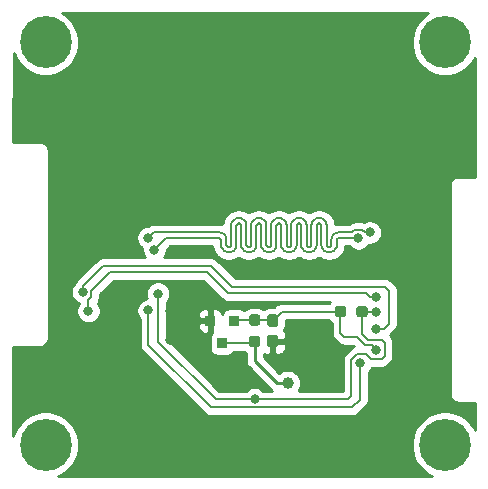
<source format=gbr>
%TF.GenerationSoftware,KiCad,Pcbnew,5.1.12-84ad8e8a86~92~ubuntu18.04.1*%
%TF.CreationDate,2023-09-10T20:05:29+07:00*%
%TF.ProjectId,RPi_FFC_15P-EYECLOUDAI_2MGSMOD_AR0234-ADAPTER,5250695f-4646-4435-9f31-35502d455945,rev?*%
%TF.SameCoordinates,Original*%
%TF.FileFunction,Copper,L2,Bot*%
%TF.FilePolarity,Positive*%
%FSLAX46Y46*%
G04 Gerber Fmt 4.6, Leading zero omitted, Abs format (unit mm)*
G04 Created by KiCad (PCBNEW 5.1.12-84ad8e8a86~92~ubuntu18.04.1) date 2023-09-10 20:05:29*
%MOMM*%
%LPD*%
G01*
G04 APERTURE LIST*
%TA.AperFunction,SMDPad,CuDef*%
%ADD10R,0.812800X0.889000*%
%TD*%
%TA.AperFunction,ComponentPad*%
%ADD11C,4.400000*%
%TD*%
%TA.AperFunction,ViaPad*%
%ADD12C,0.800000*%
%TD*%
%TA.AperFunction,ViaPad*%
%ADD13C,1.000000*%
%TD*%
%TA.AperFunction,Conductor*%
%ADD14C,0.200000*%
%TD*%
%TA.AperFunction,Conductor*%
%ADD15C,0.250000*%
%TD*%
%TA.AperFunction,Conductor*%
%ADD16C,0.254000*%
%TD*%
%TA.AperFunction,Conductor*%
%ADD17C,0.100000*%
%TD*%
G04 APERTURE END LIST*
%TO.P,R5,2*%
%TO.N,/CSI_PWDN_1V8*%
%TA.AperFunction,SMDPad,CuDef*%
G36*
G01*
X131387400Y-102447100D02*
X131387400Y-101972100D01*
G75*
G02*
X131624900Y-101734600I237500J0D01*
G01*
X132124900Y-101734600D01*
G75*
G02*
X132362400Y-101972100I0J-237500D01*
G01*
X132362400Y-102447100D01*
G75*
G02*
X132124900Y-102684600I-237500J0D01*
G01*
X131624900Y-102684600D01*
G75*
G02*
X131387400Y-102447100I0J237500D01*
G01*
G37*
%TD.AperFunction*%
%TO.P,R5,1*%
%TO.N,/CSI_nRST_1V8*%
%TA.AperFunction,SMDPad,CuDef*%
G36*
G01*
X129562400Y-102447100D02*
X129562400Y-101972100D01*
G75*
G02*
X129799900Y-101734600I237500J0D01*
G01*
X130299900Y-101734600D01*
G75*
G02*
X130537400Y-101972100I0J-237500D01*
G01*
X130537400Y-102447100D01*
G75*
G02*
X130299900Y-102684600I-237500J0D01*
G01*
X129799900Y-102684600D01*
G75*
G02*
X129562400Y-102447100I0J237500D01*
G01*
G37*
%TD.AperFunction*%
%TD*%
D10*
%TO.P,U2,3*%
%TO.N,+1V8*%
X120040400Y-104881800D03*
%TO.P,U2,2*%
%TO.N,/CSI_nRST_1V8*%
X121065399Y-102991801D03*
%TO.P,U2,1*%
%TO.N,GND*%
X119015401Y-102991801D03*
%TD*%
%TO.P,R4,2*%
%TO.N,+1V8*%
%TA.AperFunction,SMDPad,CuDef*%
G36*
G01*
X122546100Y-104262100D02*
X123021100Y-104262100D01*
G75*
G02*
X123258600Y-104499600I0J-237500D01*
G01*
X123258600Y-104999600D01*
G75*
G02*
X123021100Y-105237100I-237500J0D01*
G01*
X122546100Y-105237100D01*
G75*
G02*
X122308600Y-104999600I0J237500D01*
G01*
X122308600Y-104499600D01*
G75*
G02*
X122546100Y-104262100I237500J0D01*
G01*
G37*
%TD.AperFunction*%
%TO.P,R4,1*%
%TO.N,/CSI_nRST_1V8*%
%TA.AperFunction,SMDPad,CuDef*%
G36*
G01*
X122546100Y-102437100D02*
X123021100Y-102437100D01*
G75*
G02*
X123258600Y-102674600I0J-237500D01*
G01*
X123258600Y-103174600D01*
G75*
G02*
X123021100Y-103412100I-237500J0D01*
G01*
X122546100Y-103412100D01*
G75*
G02*
X122308600Y-103174600I0J237500D01*
G01*
X122308600Y-102674600D01*
G75*
G02*
X122546100Y-102437100I237500J0D01*
G01*
G37*
%TD.AperFunction*%
%TD*%
%TO.P,C4,2*%
%TO.N,GND*%
%TA.AperFunction,SMDPad,CuDef*%
G36*
G01*
X124070100Y-104160200D02*
X124545100Y-104160200D01*
G75*
G02*
X124782600Y-104397700I0J-237500D01*
G01*
X124782600Y-104997700D01*
G75*
G02*
X124545100Y-105235200I-237500J0D01*
G01*
X124070100Y-105235200D01*
G75*
G02*
X123832600Y-104997700I0J237500D01*
G01*
X123832600Y-104397700D01*
G75*
G02*
X124070100Y-104160200I237500J0D01*
G01*
G37*
%TD.AperFunction*%
%TO.P,C4,1*%
%TO.N,/CSI_nRST_1V8*%
%TA.AperFunction,SMDPad,CuDef*%
G36*
G01*
X124070100Y-102435200D02*
X124545100Y-102435200D01*
G75*
G02*
X124782600Y-102672700I0J-237500D01*
G01*
X124782600Y-103272700D01*
G75*
G02*
X124545100Y-103510200I-237500J0D01*
G01*
X124070100Y-103510200D01*
G75*
G02*
X123832600Y-103272700I0J237500D01*
G01*
X123832600Y-102672700D01*
G75*
G02*
X124070100Y-102435200I237500J0D01*
G01*
G37*
%TD.AperFunction*%
%TD*%
D11*
%TO.P,H4,1*%
%TO.N,N/C*%
X138917680Y-79413100D03*
%TD*%
%TO.P,H3,1*%
%TO.N,N/C*%
X138917680Y-113489740D03*
%TD*%
%TO.P,H2,1*%
%TO.N,N/C*%
X105079800Y-113489740D03*
%TD*%
%TO.P,H1,1*%
%TO.N,N/C*%
X105079800Y-79413100D03*
%TD*%
D12*
%TO.N,GND*%
X108305600Y-106476800D03*
X108356400Y-86410800D03*
X125679200Y-78587600D03*
X117957600Y-78587600D03*
X118059200Y-114401600D03*
X125628400Y-114350800D03*
X136194800Y-109321600D03*
X136245600Y-91490800D03*
X122783600Y-108152100D03*
X127812800Y-105290800D03*
X136218400Y-94108800D03*
X136218400Y-95582000D03*
X136218400Y-97204000D03*
X136218400Y-98630000D03*
X136194800Y-100076000D03*
X136144000Y-102209600D03*
X136169600Y-105714800D03*
X108800900Y-92621100D03*
X108800900Y-95491300D03*
X117957600Y-100431600D03*
X115620800Y-102158800D03*
X115620800Y-104597200D03*
X125679200Y-84480400D03*
X118008400Y-84531200D03*
X117957600Y-97180400D03*
%TO.N,/CSI_nRST_1V8*%
X133096000Y-105460800D03*
%TO.N,/CSI_PWDN_1V8*%
X133096000Y-102209600D03*
X114604800Y-100685600D03*
X122783600Y-109626400D03*
%TO.N,/I2C_SDA_1V8*%
X108712000Y-102158800D03*
X133096000Y-100939600D03*
%TO.N,/I2C_SCL_1V8*%
X108254800Y-100533200D03*
X133096000Y-103682800D03*
%TO.N,/CSI_CLK_P*%
X114300000Y-96977200D03*
X131572000Y-96012000D03*
%TO.N,/CSI_CLK_N*%
X113792000Y-95961200D03*
X132537200Y-95504000D03*
D13*
%TO.N,+1V8*%
X125577600Y-108254800D03*
D12*
%TO.N,Net-(J1-Pad12)*%
X131724400Y-106578400D03*
X113792000Y-102108000D03*
%TD*%
D14*
%TO.N,/CSI_nRST_1V8*%
X121132600Y-102924600D02*
X121065399Y-102991801D01*
X122783600Y-102924600D02*
X121132600Y-102924600D01*
X124259500Y-102924600D02*
X124307600Y-102972700D01*
X122783600Y-102924600D02*
X124259500Y-102924600D01*
X125070700Y-102209600D02*
X124307600Y-102972700D01*
X130049900Y-102209600D02*
X125070700Y-102209600D01*
X132130800Y-105054400D02*
X131419600Y-104343200D01*
X132689600Y-105054400D02*
X132130800Y-105054400D01*
X133096000Y-105460800D02*
X132689600Y-105054400D01*
X130049900Y-102209600D02*
X130049900Y-104040300D01*
X130352800Y-104343200D02*
X131419600Y-104343200D01*
X130049900Y-104040300D02*
X130352800Y-104343200D01*
%TO.N,/CSI_PWDN_1V8*%
X122783600Y-109626400D02*
X130708400Y-109626400D01*
X130962400Y-109372400D02*
X130962400Y-106304398D01*
X130708400Y-109626400D02*
X130962400Y-109372400D01*
X130962400Y-106304398D02*
X131434999Y-105831799D01*
X133807200Y-105968800D02*
X133807200Y-104851200D01*
X132638800Y-106222800D02*
X133553200Y-106222800D01*
X133807200Y-104851200D02*
X133553200Y-104597200D01*
X131434999Y-105831799D02*
X132247799Y-105831799D01*
X132247799Y-105831799D02*
X132638800Y-106222800D01*
X133553200Y-106222800D02*
X133807200Y-105968800D01*
X114604800Y-101244400D02*
X114604800Y-100685600D01*
X114604800Y-101244400D02*
X114604800Y-101041200D01*
X133553200Y-104597200D02*
X133045200Y-104597200D01*
X133045200Y-104597200D02*
X132842000Y-104597200D01*
X133096000Y-102209600D02*
X131874900Y-102209600D01*
X132384800Y-104597200D02*
X133045200Y-104597200D01*
X131874900Y-104087300D02*
X132384800Y-104597200D01*
X131874900Y-102209600D02*
X131874900Y-104087300D01*
X122783600Y-109626400D02*
X119481600Y-109626400D01*
X119989600Y-109626400D02*
X122783600Y-109626400D01*
X119481600Y-109626400D02*
X114604800Y-104749600D01*
X114604800Y-104749600D02*
X114604800Y-101244400D01*
%TO.N,/I2C_SDA_1V8*%
X108712000Y-101193600D02*
X108712000Y-102158800D01*
X108954801Y-100950799D02*
X108712000Y-101193600D01*
X108954801Y-100442799D02*
X108954801Y-100950799D01*
X118719600Y-98856800D02*
X110540800Y-98856800D01*
X120497600Y-100634800D02*
X118719600Y-98856800D01*
X110540800Y-98856800D02*
X108954801Y-100442799D01*
X132232400Y-100634800D02*
X120497600Y-100634800D01*
X132537200Y-100939600D02*
X132232400Y-100634800D01*
X133096000Y-100939600D02*
X132537200Y-100939600D01*
%TO.N,/I2C_SCL_1V8*%
X119094210Y-98329790D02*
X109950210Y-98329790D01*
X133858000Y-100126800D02*
X120891220Y-100126800D01*
X109950210Y-98329790D02*
X108254800Y-100025200D01*
X134162800Y-100431600D02*
X133858000Y-100126800D01*
X120891220Y-100126800D02*
X119094210Y-98329790D01*
X134162800Y-103225600D02*
X134162800Y-100431600D01*
X133705600Y-103682800D02*
X134162800Y-103225600D01*
X108254800Y-100025200D02*
X108254800Y-100533200D01*
X133096000Y-103682800D02*
X133705600Y-103682800D01*
%TO.N,/CSI_CLK_P*%
X119860297Y-95997633D02*
X119822376Y-95973806D01*
X119891966Y-96029302D02*
X119860297Y-95997633D01*
X119915793Y-96067223D02*
X119891966Y-96029302D01*
X120411759Y-97163644D02*
X120282312Y-97118349D01*
X120623159Y-97179000D02*
X120548040Y-97179000D01*
X120888887Y-97118349D02*
X120759440Y-97163644D01*
X121005009Y-97045384D02*
X120888887Y-97118349D01*
X120282312Y-97118349D02*
X120166190Y-97045384D01*
X121220244Y-96702840D02*
X121174949Y-96832287D01*
X121235600Y-96566559D02*
X121220244Y-96702840D01*
X121235600Y-94929000D02*
X121235600Y-96566559D01*
X121255406Y-94842224D02*
X121240614Y-94884496D01*
X121310902Y-94772634D02*
X121279233Y-94804303D01*
X119735600Y-95954000D02*
X115323200Y-95954000D01*
X121391095Y-94734015D02*
X121348823Y-94748807D01*
X121435600Y-94729000D02*
X121391095Y-94734015D01*
X121480104Y-94734015D02*
X121435600Y-94729000D01*
X121560297Y-94772634D02*
X121522376Y-94748807D01*
X121615793Y-94842224D02*
X121591966Y-94804303D01*
X121630585Y-94884496D02*
X121615793Y-94842224D01*
X121635600Y-94929000D02*
X121630585Y-94884496D01*
X120548040Y-97179000D02*
X120411759Y-97163644D01*
X121696250Y-96832287D02*
X121650955Y-96702840D01*
X121982312Y-97118349D02*
X121866190Y-97045384D01*
X122111759Y-97163644D02*
X121982312Y-97118349D01*
X121279233Y-94804303D02*
X121255406Y-94842224D01*
X122801984Y-96948409D02*
X122705009Y-97045384D01*
X122874949Y-96832287D02*
X122801984Y-96948409D01*
X122459440Y-97163644D02*
X122323159Y-97179000D01*
X122920244Y-96702840D02*
X122874949Y-96832287D01*
X122935600Y-96566559D02*
X122920244Y-96702840D01*
X122935600Y-94929000D02*
X122935600Y-96566559D01*
X122940614Y-94884496D02*
X122935600Y-94929000D01*
X122955406Y-94842224D02*
X122940614Y-94884496D01*
X123010902Y-94772634D02*
X122979233Y-94804303D01*
X123048823Y-94748807D02*
X123010902Y-94772634D01*
X120166190Y-97045384D02*
X120069215Y-96948409D01*
X121174949Y-96832287D02*
X121101984Y-96948409D01*
X123091095Y-94734015D02*
X123048823Y-94748807D01*
X126730585Y-94884496D02*
X126715793Y-94842224D01*
X125035600Y-96566559D02*
X125035600Y-94929000D01*
X123396250Y-96832287D02*
X123350955Y-96702840D01*
X126735600Y-94929000D02*
X126730585Y-94884496D01*
X124640614Y-94884496D02*
X124635600Y-94929000D01*
X127559440Y-97163644D02*
X127423159Y-97179000D01*
X126796250Y-96832287D02*
X126750955Y-96702840D01*
X121650955Y-96702840D02*
X121635600Y-96566559D01*
X127974949Y-96832287D02*
X127901984Y-96948409D01*
X126580104Y-94734015D02*
X126535600Y-94729000D01*
X129810902Y-95997633D02*
X129779233Y-96029302D01*
X128035600Y-96566559D02*
X128020244Y-96702840D01*
X128055406Y-94842224D02*
X128040614Y-94884496D01*
X124991966Y-94804303D02*
X124960297Y-94772634D01*
X122588887Y-97118349D02*
X122459440Y-97163644D01*
X126966190Y-97045384D02*
X126869215Y-96948409D01*
X128079233Y-94804303D02*
X128055406Y-94842224D01*
X128430585Y-94884496D02*
X128415793Y-94842224D01*
X129935600Y-95954000D02*
X129891095Y-95959014D01*
X126750955Y-96702840D02*
X126735600Y-96566559D01*
X129123159Y-97179000D02*
X129048040Y-97179000D01*
X123291966Y-94804303D02*
X123260297Y-94772634D01*
X128391966Y-94804303D02*
X128360297Y-94772634D01*
X129735600Y-96154000D02*
X129735600Y-96566559D01*
X128322376Y-94748807D02*
X128280104Y-94734015D01*
X126660297Y-94772634D02*
X126622376Y-94748807D01*
X121240614Y-94884496D02*
X121235600Y-94929000D01*
X127423159Y-97179000D02*
X127348040Y-97179000D01*
X124880104Y-94734015D02*
X124835600Y-94729000D01*
X126735600Y-96566559D02*
X126735600Y-94929000D01*
X129740614Y-96109495D02*
X129735600Y-96154000D01*
X126869215Y-96948409D02*
X126796250Y-96832287D01*
X127688887Y-97118349D02*
X127559440Y-97163644D01*
X129388887Y-97118349D02*
X129259440Y-97163644D01*
X131572000Y-96012000D02*
X131514000Y-95954000D01*
X131514000Y-95954000D02*
X129935600Y-95954000D01*
X129601984Y-96948409D02*
X129505009Y-97045384D01*
X129891095Y-95959014D02*
X129848823Y-95973806D01*
X123811759Y-97163644D02*
X123682312Y-97118349D01*
X129755406Y-96067223D02*
X129740614Y-96109495D01*
X128191095Y-94734015D02*
X128148823Y-94748807D01*
X129720244Y-96702840D02*
X129674949Y-96832287D01*
X129674949Y-96832287D02*
X129601984Y-96948409D01*
X129848823Y-95973806D02*
X129810902Y-95997633D01*
X127082312Y-97118349D02*
X126966190Y-97045384D01*
X129779233Y-96029302D02*
X129755406Y-96067223D01*
X129259440Y-97163644D02*
X129123159Y-97179000D01*
X127901984Y-96948409D02*
X127805009Y-97045384D01*
X129505009Y-97045384D02*
X129388887Y-97118349D01*
X119950955Y-96702840D02*
X119935600Y-96566559D01*
X128280104Y-94734015D02*
X128235600Y-94729000D01*
X129735600Y-96566559D02*
X129720244Y-96702840D01*
X128496250Y-96832287D02*
X128450955Y-96702840D01*
X128569215Y-96948409D02*
X128496250Y-96832287D01*
X128415793Y-94842224D02*
X128391966Y-94804303D01*
X129048040Y-97179000D02*
X128911759Y-97163644D01*
X126535600Y-94729000D02*
X126491095Y-94734015D01*
X127348040Y-97179000D02*
X127211759Y-97163644D01*
X125266190Y-97045384D02*
X125169215Y-96948409D01*
X124960297Y-94772634D02*
X124922376Y-94748807D01*
X125030585Y-94884496D02*
X125015793Y-94842224D01*
X128035600Y-94929000D02*
X128035600Y-96566559D01*
X128911759Y-97163644D02*
X128782312Y-97118349D01*
X128110902Y-94772634D02*
X128079233Y-94804303D01*
X124635600Y-96566559D02*
X124620244Y-96702840D01*
X124835600Y-94729000D02*
X124791095Y-94734015D01*
X128450955Y-96702840D02*
X128435600Y-96566559D01*
X120069215Y-96948409D02*
X119996250Y-96832287D01*
X121101984Y-96948409D02*
X121005009Y-97045384D01*
X128235600Y-94729000D02*
X128191095Y-94734015D01*
X128666190Y-97045384D02*
X128569215Y-96948409D01*
X122323159Y-97179000D02*
X122248040Y-97179000D01*
X128435600Y-94929000D02*
X128430585Y-94884496D01*
X120759440Y-97163644D02*
X120623159Y-97179000D01*
X121591966Y-94804303D02*
X121560297Y-94772634D01*
X123260297Y-94772634D02*
X123222376Y-94748807D01*
X119996250Y-96832287D02*
X119950955Y-96702840D01*
X126715793Y-94842224D02*
X126691966Y-94804303D01*
X123315793Y-94842224D02*
X123291966Y-94804303D01*
X126691966Y-94804303D02*
X126660297Y-94772634D01*
X127805009Y-97045384D02*
X127688887Y-97118349D01*
X126622376Y-94748807D02*
X126580104Y-94734015D01*
X122979233Y-94804303D02*
X122955406Y-94842224D01*
X128040614Y-94884496D02*
X128035600Y-94929000D01*
X126491095Y-94734015D02*
X126448823Y-94748807D01*
X122248040Y-97179000D02*
X122111759Y-97163644D01*
X126274949Y-96832287D02*
X126201984Y-96948409D01*
X126448823Y-94748807D02*
X126410902Y-94772634D01*
X128148823Y-94748807D02*
X128110902Y-94772634D01*
X126410902Y-94772634D02*
X126379233Y-94804303D01*
X119822376Y-95973806D02*
X119780104Y-95959014D01*
X126379233Y-94804303D02*
X126355406Y-94842224D01*
X125382312Y-97118349D02*
X125266190Y-97045384D01*
X119780104Y-95959014D02*
X119735600Y-95954000D01*
X126355406Y-94842224D02*
X126340614Y-94884496D01*
X126335600Y-96566559D02*
X126320244Y-96702840D01*
X126320244Y-96702840D02*
X126274949Y-96832287D01*
X126105009Y-97045384D02*
X125988887Y-97118349D01*
X128360297Y-94772634D02*
X128322376Y-94748807D01*
X126335600Y-94929000D02*
X126335600Y-96566559D01*
X124574949Y-96832287D02*
X124501984Y-96948409D01*
X125859440Y-97163644D02*
X125723159Y-97179000D01*
X125723159Y-97179000D02*
X125648040Y-97179000D01*
X125648040Y-97179000D02*
X125511759Y-97163644D01*
X124501984Y-96948409D02*
X124405009Y-97045384D01*
X123335600Y-94929000D02*
X123330585Y-94884496D01*
X125511759Y-97163644D02*
X125382312Y-97118349D01*
X123566190Y-97045384D02*
X123469215Y-96948409D01*
X119935600Y-96566559D02*
X119935600Y-96154000D01*
X125169215Y-96948409D02*
X125096250Y-96832287D01*
X115323200Y-95954000D02*
X114300000Y-96977200D01*
X119935600Y-96154000D02*
X119930585Y-96109495D01*
X125096250Y-96832287D02*
X125050955Y-96702840D01*
X119930585Y-96109495D02*
X119915793Y-96067223D01*
X126340614Y-94884496D02*
X126335600Y-94929000D01*
X125050955Y-96702840D02*
X125035600Y-96566559D01*
X125035600Y-94929000D02*
X125030585Y-94884496D01*
X121769215Y-96948409D02*
X121696250Y-96832287D01*
X124922376Y-94748807D02*
X124880104Y-94734015D01*
X128020244Y-96702840D02*
X127974949Y-96832287D01*
X124791095Y-94734015D02*
X124748823Y-94748807D01*
X124748823Y-94748807D02*
X124710902Y-94772634D01*
X121348823Y-94748807D02*
X121310902Y-94772634D01*
X124710902Y-94772634D02*
X124679233Y-94804303D01*
X124679233Y-94804303D02*
X124655406Y-94842224D01*
X127211759Y-97163644D02*
X127082312Y-97118349D01*
X126201984Y-96948409D02*
X126105009Y-97045384D01*
X124023159Y-97179000D02*
X123948040Y-97179000D01*
X124635600Y-94929000D02*
X124635600Y-96566559D01*
X124620244Y-96702840D02*
X124574949Y-96832287D01*
X121522376Y-94748807D02*
X121480104Y-94734015D01*
X124405009Y-97045384D02*
X124288887Y-97118349D01*
X128435600Y-96566559D02*
X128435600Y-94929000D01*
X123330585Y-94884496D02*
X123315793Y-94842224D01*
X128782312Y-97118349D02*
X128666190Y-97045384D01*
X124288887Y-97118349D02*
X124159440Y-97163644D01*
X121866190Y-97045384D02*
X121769215Y-96948409D01*
X124159440Y-97163644D02*
X124023159Y-97179000D01*
X121635600Y-96566559D02*
X121635600Y-94929000D01*
X122705009Y-97045384D02*
X122588887Y-97118349D01*
X123469215Y-96948409D02*
X123396250Y-96832287D01*
X123682312Y-97118349D02*
X123566190Y-97045384D01*
X124655406Y-94842224D02*
X124640614Y-94884496D01*
X123948040Y-97179000D02*
X123811759Y-97163644D01*
X123350955Y-96702840D02*
X123335600Y-96566559D01*
X125015793Y-94842224D02*
X124991966Y-94804303D01*
X123335600Y-96566559D02*
X123335600Y-94929000D01*
X125988887Y-97118349D02*
X125859440Y-97163644D01*
X123222376Y-94748807D02*
X123180104Y-94734015D01*
X123180104Y-94734015D02*
X123135600Y-94729000D01*
X123135600Y-94729000D02*
X123091095Y-94734015D01*
%TO.N,/CSI_CLK_N*%
X120038887Y-95564650D02*
X119909440Y-95519355D01*
X120155009Y-95637615D02*
X120038887Y-95564650D01*
X120251984Y-95734590D02*
X120155009Y-95637615D01*
X120385600Y-96116440D02*
X120370244Y-95980159D01*
X120390614Y-96573504D02*
X120385600Y-96529000D01*
X120405406Y-96615776D02*
X120390614Y-96573504D01*
X120460902Y-96685366D02*
X120429233Y-96653697D01*
X119773159Y-95504000D02*
X114249200Y-95504000D01*
X120498823Y-96709193D02*
X120460902Y-96685366D01*
X120630104Y-96723985D02*
X120585600Y-96729000D01*
X120710297Y-96685366D02*
X120672376Y-96709193D01*
X120741966Y-96653697D02*
X120710297Y-96685366D01*
X120785600Y-96529000D02*
X120780585Y-96573504D01*
X120800955Y-94755160D02*
X120785600Y-94891441D01*
X120919215Y-94509591D02*
X120846250Y-94625713D01*
X121261759Y-94294356D02*
X121132312Y-94339651D01*
X121398040Y-94279000D02*
X121261759Y-94294356D01*
X121473159Y-94279000D02*
X121398040Y-94279000D01*
X120585600Y-96729000D02*
X120541095Y-96723985D01*
X121738887Y-94339651D02*
X121609440Y-94294356D01*
X121855009Y-94412616D02*
X121738887Y-94339651D01*
X122024949Y-94625713D02*
X121951984Y-94509591D01*
X122070244Y-94755160D02*
X122024949Y-94625713D01*
X122085600Y-94891441D02*
X122070244Y-94755160D01*
X122129233Y-96653697D02*
X122105406Y-96615776D01*
X121132312Y-94339651D02*
X121016190Y-94412616D01*
X122241095Y-96723985D02*
X122198823Y-96709193D01*
X122198823Y-96709193D02*
X122160902Y-96685366D01*
X122285600Y-96729000D02*
X122241095Y-96723985D01*
X122480585Y-96573504D02*
X122465793Y-96615776D01*
X122485600Y-96529000D02*
X122480585Y-96573504D01*
X122500955Y-94755160D02*
X122485600Y-94891441D01*
X122546250Y-94625713D02*
X122500955Y-94755160D01*
X120672376Y-96709193D02*
X120630104Y-96723985D01*
X122961759Y-94294356D02*
X122832312Y-94339651D01*
X123098040Y-94279000D02*
X122961759Y-94294356D01*
X122716190Y-94412616D02*
X122619215Y-94509591D01*
X123173159Y-94279000D02*
X123098040Y-94279000D01*
X123309440Y-94294356D02*
X123173159Y-94279000D01*
X127190614Y-96573504D02*
X127185600Y-96529000D01*
X125885600Y-96529000D02*
X125880585Y-96573504D01*
X125009440Y-94294356D02*
X124873159Y-94279000D01*
X127205406Y-96615776D02*
X127190614Y-96573504D01*
X120780585Y-96573504D02*
X120765793Y-96615776D01*
X125885600Y-94891441D02*
X125885600Y-96529000D01*
X127260902Y-96685366D02*
X127229233Y-96653697D01*
X127298823Y-96709193D02*
X127260902Y-96685366D01*
X125351984Y-94509591D02*
X125255009Y-94412616D01*
X121609440Y-94294356D02*
X121473159Y-94279000D01*
X127541966Y-96653697D02*
X127510297Y-96685366D01*
X126838887Y-94339651D02*
X126709440Y-94294356D01*
X127585600Y-94891441D02*
X127585600Y-96529000D01*
X120324949Y-95850712D02*
X120251984Y-95734590D01*
X128061759Y-94294356D02*
X127932312Y-94339651D01*
X120370244Y-95980159D02*
X120324949Y-95850712D01*
X128198040Y-94279000D02*
X128061759Y-94294356D01*
X127051984Y-94509591D02*
X126955009Y-94412616D01*
X126019215Y-94509591D02*
X125946250Y-94625713D01*
X128409440Y-94294356D02*
X128273159Y-94279000D01*
X128538887Y-94339651D02*
X128409440Y-94294356D01*
X128655009Y-94412616D02*
X128538887Y-94339651D01*
X127719215Y-94509591D02*
X127646250Y-94625713D01*
X127580585Y-96573504D02*
X127565793Y-96615776D01*
X120846250Y-94625713D02*
X120800955Y-94755160D01*
X125865793Y-96615776D02*
X125841966Y-96653697D01*
X128751984Y-94509591D02*
X128655009Y-94412616D01*
X127932312Y-94339651D02*
X127816190Y-94412616D01*
X129285600Y-96529000D02*
X129280585Y-96573504D01*
X129419215Y-95734590D02*
X129346250Y-95850712D01*
X129085600Y-96729000D02*
X129041095Y-96723985D01*
X125485600Y-94891441D02*
X125470244Y-94755160D01*
X128885600Y-94891441D02*
X128870244Y-94755160D01*
X127185600Y-96529000D02*
X127185600Y-94891441D01*
X131043998Y-95504000D02*
X129898040Y-95504000D01*
X122090614Y-96573504D02*
X122085600Y-96529000D01*
X123985600Y-96729000D02*
X123941095Y-96723985D01*
X129761759Y-95519355D02*
X129632312Y-95564650D01*
X122330104Y-96723985D02*
X122285600Y-96729000D01*
X131235999Y-95311999D02*
X131043998Y-95504000D01*
X123438887Y-94339651D02*
X123309440Y-94294356D01*
X121951984Y-94509591D02*
X121855009Y-94412616D01*
X127341095Y-96723985D02*
X127298823Y-96709193D01*
X129285600Y-96116440D02*
X129285600Y-96529000D01*
X129898040Y-95504000D02*
X129761759Y-95519355D01*
X125730104Y-96723985D02*
X125685600Y-96729000D01*
X128273159Y-94279000D02*
X128198040Y-94279000D01*
X132100002Y-95504000D02*
X131908001Y-95311999D01*
X122485600Y-94891441D02*
X122485600Y-96529000D01*
X124661759Y-94294356D02*
X124532312Y-94339651D01*
X120785600Y-94891441D02*
X120785600Y-96529000D01*
X123790614Y-96573504D02*
X123785600Y-96529000D01*
X127472376Y-96709193D02*
X127430104Y-96723985D01*
X122160902Y-96685366D02*
X122129233Y-96653697D01*
X132537200Y-95504000D02*
X132100002Y-95504000D01*
X122372376Y-96709193D02*
X122330104Y-96723985D01*
X127229233Y-96653697D02*
X127205406Y-96615776D01*
X129346250Y-95850712D02*
X129300955Y-95980159D01*
X122619215Y-94509591D02*
X122546250Y-94625713D01*
X127170244Y-94755160D02*
X127124949Y-94625713D01*
X125598823Y-96709193D02*
X125560902Y-96685366D01*
X127430104Y-96723985D02*
X127385600Y-96729000D01*
X129241966Y-96653697D02*
X129210297Y-96685366D01*
X123555009Y-94412616D02*
X123438887Y-94339651D01*
X125641095Y-96723985D02*
X125598823Y-96709193D01*
X129041095Y-96723985D02*
X128998823Y-96709193D01*
X124185600Y-96529000D02*
X124180585Y-96573504D01*
X127600955Y-94755160D02*
X127585600Y-94891441D01*
X127565793Y-96615776D02*
X127541966Y-96653697D01*
X129172376Y-96709193D02*
X129130104Y-96723985D01*
X129265793Y-96615776D02*
X129241966Y-96653697D01*
X127510297Y-96685366D02*
X127472376Y-96709193D01*
X127816190Y-94412616D02*
X127719215Y-94509591D01*
X129130104Y-96723985D02*
X129085600Y-96729000D01*
X125138887Y-94339651D02*
X125009440Y-94294356D01*
X120429233Y-96653697D02*
X120405406Y-96615776D01*
X129632312Y-95564650D02*
X129516190Y-95637615D01*
X131908001Y-95311999D02*
X131235999Y-95311999D01*
X125685600Y-96729000D02*
X125641095Y-96723985D01*
X128960902Y-96685366D02*
X128929233Y-96653697D01*
X128885600Y-96529000D02*
X128885600Y-94891441D01*
X122832312Y-94339651D02*
X122716190Y-94412616D01*
X129210297Y-96685366D02*
X129172376Y-96709193D01*
X125529233Y-96653697D02*
X125505406Y-96615776D01*
X128929233Y-96653697D02*
X128905406Y-96615776D01*
X123941095Y-96723985D02*
X123898823Y-96709193D01*
X129300955Y-95980159D02*
X129285600Y-96116440D01*
X127585600Y-96529000D02*
X127580585Y-96573504D01*
X128890614Y-96573504D02*
X128885600Y-96529000D01*
X125946250Y-94625713D02*
X125900955Y-94755160D01*
X127185600Y-94891441D02*
X127170244Y-94755160D01*
X123651984Y-94509591D02*
X123555009Y-94412616D01*
X122105406Y-96615776D02*
X122090614Y-96573504D01*
X124072376Y-96709193D02*
X124030104Y-96723985D01*
X127124949Y-94625713D02*
X127051984Y-94509591D01*
X120765793Y-96615776D02*
X120741966Y-96653697D01*
X124319215Y-94509591D02*
X124246250Y-94625713D01*
X126955009Y-94412616D02*
X126838887Y-94339651D01*
X129516190Y-95637615D02*
X129419215Y-95734590D01*
X124873159Y-94279000D02*
X124798040Y-94279000D01*
X124200955Y-94755160D02*
X124185600Y-94891441D01*
X126498040Y-94279000D02*
X126361759Y-94294356D01*
X114249200Y-95504000D02*
X113792000Y-95961200D01*
X122441966Y-96653697D02*
X122410297Y-96685366D01*
X126361759Y-94294356D02*
X126232312Y-94339651D01*
X122410297Y-96685366D02*
X122372376Y-96709193D01*
X126232312Y-94339651D02*
X126116190Y-94412616D01*
X121016190Y-94412616D02*
X120919215Y-94509591D01*
X126116190Y-94412616D02*
X126019215Y-94509591D01*
X128905406Y-96615776D02*
X128890614Y-96573504D01*
X125900955Y-94755160D02*
X125885600Y-94891441D01*
X122085600Y-96529000D02*
X122085600Y-94891441D01*
X125560902Y-96685366D02*
X125529233Y-96653697D01*
X125880585Y-96573504D02*
X125865793Y-96615776D01*
X120385600Y-96529000D02*
X120385600Y-96116440D01*
X125841966Y-96653697D02*
X125810297Y-96685366D01*
X125505406Y-96615776D02*
X125490614Y-96573504D01*
X125810297Y-96685366D02*
X125772376Y-96709193D01*
X128824949Y-94625713D02*
X128751984Y-94509591D01*
X125772376Y-96709193D02*
X125730104Y-96723985D01*
X125490614Y-96573504D02*
X125485600Y-96529000D01*
X127646250Y-94625713D02*
X127600955Y-94755160D01*
X125485600Y-96529000D02*
X125485600Y-94891441D01*
X120541095Y-96723985D02*
X120498823Y-96709193D01*
X125470244Y-94755160D02*
X125424949Y-94625713D01*
X119909440Y-95519355D02*
X119773159Y-95504000D01*
X125424949Y-94625713D02*
X125351984Y-94509591D01*
X125255009Y-94412616D02*
X125138887Y-94339651D01*
X124246250Y-94625713D02*
X124200955Y-94755160D01*
X124798040Y-94279000D02*
X124661759Y-94294356D01*
X123805406Y-96615776D02*
X123790614Y-96573504D01*
X128870244Y-94755160D02*
X128824949Y-94625713D01*
X124532312Y-94339651D02*
X124416190Y-94412616D01*
X124416190Y-94412616D02*
X124319215Y-94509591D01*
X124185600Y-94891441D02*
X124185600Y-96529000D01*
X122465793Y-96615776D02*
X122441966Y-96653697D01*
X126709440Y-94294356D02*
X126573159Y-94279000D01*
X124180585Y-96573504D02*
X124165793Y-96615776D01*
X126573159Y-94279000D02*
X126498040Y-94279000D01*
X124165793Y-96615776D02*
X124141966Y-96653697D01*
X123724949Y-94625713D02*
X123651984Y-94509591D01*
X129280585Y-96573504D02*
X129265793Y-96615776D01*
X124110297Y-96685366D02*
X124072376Y-96709193D01*
X124030104Y-96723985D02*
X123985600Y-96729000D01*
X123898823Y-96709193D02*
X123860902Y-96685366D01*
X123860902Y-96685366D02*
X123829233Y-96653697D01*
X123829233Y-96653697D02*
X123805406Y-96615776D01*
X127385600Y-96729000D02*
X127341095Y-96723985D01*
X128998823Y-96709193D02*
X128960902Y-96685366D01*
X123785600Y-96529000D02*
X123785600Y-94891441D01*
X123785600Y-94891441D02*
X123770244Y-94755160D01*
X124141966Y-96653697D02*
X124110297Y-96685366D01*
X123770244Y-94755160D02*
X123724949Y-94625713D01*
%TO.N,+1V8*%
X122651400Y-104881800D02*
X122783600Y-104749600D01*
X120040400Y-104881800D02*
X122651400Y-104881800D01*
D15*
X122783600Y-104749600D02*
X122783600Y-106375200D01*
X124663200Y-108254800D02*
X125577600Y-108254800D01*
X122783600Y-106375200D02*
X124663200Y-108254800D01*
D14*
%TO.N,Net-(J1-Pad12)*%
X119318001Y-110326401D02*
X119746799Y-110326401D01*
X119064001Y-110326401D02*
X113792000Y-105054400D01*
X119746799Y-110326401D02*
X119064001Y-110326401D01*
X113792000Y-105054400D02*
X113792000Y-102108000D01*
X131052801Y-110326401D02*
X119746799Y-110326401D01*
X131724400Y-109654802D02*
X131052801Y-110326401D01*
X131724400Y-106578400D02*
X131724400Y-109654802D01*
%TD*%
D16*
%TO.N,GND*%
X137499115Y-76951330D02*
X137110473Y-77211012D01*
X136715592Y-77605893D01*
X136405336Y-78070224D01*
X136191628Y-78586161D01*
X136082680Y-79133877D01*
X136082680Y-79692323D01*
X136191628Y-80240039D01*
X136405336Y-80755976D01*
X136715592Y-81220307D01*
X137110473Y-81615188D01*
X137574804Y-81925444D01*
X138090741Y-82139152D01*
X138638457Y-82248100D01*
X139196903Y-82248100D01*
X139744619Y-82139152D01*
X140260556Y-81925444D01*
X140724887Y-81615188D01*
X141119768Y-81220307D01*
X141430024Y-80755976D01*
X141453001Y-80700505D01*
X141453000Y-90780000D01*
X139986419Y-90780000D01*
X139954000Y-90776807D01*
X139921581Y-90780000D01*
X139824617Y-90789550D01*
X139700207Y-90827290D01*
X139585550Y-90888575D01*
X139485052Y-90971052D01*
X139402575Y-91071550D01*
X139341290Y-91186207D01*
X139303550Y-91310617D01*
X139290807Y-91440000D01*
X139294000Y-91472418D01*
X139294001Y-109212971D01*
X139290807Y-109245400D01*
X139303550Y-109374783D01*
X139341290Y-109499193D01*
X139402575Y-109613850D01*
X139485052Y-109714348D01*
X139585550Y-109796825D01*
X139700207Y-109858110D01*
X139824617Y-109895850D01*
X139921581Y-109905400D01*
X139954000Y-109908593D01*
X139986419Y-109905400D01*
X141453000Y-109905400D01*
X141453001Y-112202335D01*
X141430024Y-112146864D01*
X141119768Y-111682533D01*
X140724887Y-111287652D01*
X140260556Y-110977396D01*
X139744619Y-110763688D01*
X139196903Y-110654740D01*
X138638457Y-110654740D01*
X138090741Y-110763688D01*
X137574804Y-110977396D01*
X137110473Y-111287652D01*
X136715592Y-111682533D01*
X136405336Y-112146864D01*
X136191628Y-112662801D01*
X136082680Y-113210517D01*
X136082680Y-113768963D01*
X136191628Y-114316679D01*
X136405336Y-114832616D01*
X136715592Y-115296947D01*
X137110473Y-115691828D01*
X137574804Y-116002084D01*
X137844721Y-116113887D01*
X106158484Y-116111516D01*
X106422676Y-116002084D01*
X106887007Y-115691828D01*
X107281888Y-115296947D01*
X107592144Y-114832616D01*
X107805852Y-114316679D01*
X107914800Y-113768963D01*
X107914800Y-113210517D01*
X107805852Y-112662801D01*
X107592144Y-112146864D01*
X107281888Y-111682533D01*
X106887007Y-111287652D01*
X106422676Y-110977396D01*
X105906739Y-110763688D01*
X105359023Y-110654740D01*
X104800577Y-110654740D01*
X104252861Y-110763688D01*
X103736924Y-110977396D01*
X103272593Y-111287652D01*
X102877712Y-111682533D01*
X102567456Y-112146864D01*
X102353748Y-112662801D01*
X102338491Y-112739504D01*
X102359746Y-105181000D01*
X104640981Y-105181000D01*
X104673400Y-105184193D01*
X104705819Y-105181000D01*
X104734594Y-105178166D01*
X104802783Y-105171450D01*
X104927193Y-105133710D01*
X105041850Y-105072425D01*
X105142348Y-104989948D01*
X105224825Y-104889450D01*
X105286110Y-104774793D01*
X105323850Y-104650383D01*
X105333400Y-104553419D01*
X105336593Y-104521000D01*
X105333400Y-104488581D01*
X105333400Y-100431261D01*
X107219800Y-100431261D01*
X107219800Y-100635139D01*
X107259574Y-100835098D01*
X107337595Y-101023456D01*
X107450863Y-101192974D01*
X107595026Y-101337137D01*
X107764544Y-101450405D01*
X107902397Y-101507506D01*
X107794795Y-101668544D01*
X107716774Y-101856902D01*
X107677000Y-102056861D01*
X107677000Y-102260739D01*
X107716774Y-102460698D01*
X107794795Y-102649056D01*
X107908063Y-102818574D01*
X108052226Y-102962737D01*
X108221744Y-103076005D01*
X108410102Y-103154026D01*
X108610061Y-103193800D01*
X108813939Y-103193800D01*
X109013898Y-103154026D01*
X109202256Y-103076005D01*
X109371774Y-102962737D01*
X109515937Y-102818574D01*
X109629205Y-102649056D01*
X109707226Y-102460698D01*
X109747000Y-102260739D01*
X109747000Y-102056861D01*
X109707226Y-101856902D01*
X109629205Y-101668544D01*
X109515937Y-101499026D01*
X109482858Y-101465947D01*
X109568888Y-101361119D01*
X109637138Y-101233432D01*
X109679166Y-101094884D01*
X109689801Y-100986904D01*
X109689801Y-100986895D01*
X109693356Y-100950800D01*
X109689801Y-100914705D01*
X109689801Y-100747245D01*
X110845247Y-99591800D01*
X118415154Y-99591800D01*
X119952346Y-101128993D01*
X119975362Y-101157038D01*
X120003406Y-101180053D01*
X120087280Y-101248887D01*
X120214966Y-101317137D01*
X120353515Y-101359165D01*
X120497600Y-101373356D01*
X120533705Y-101369800D01*
X129166971Y-101369800D01*
X129080963Y-101474600D01*
X125106794Y-101474600D01*
X125070699Y-101471045D01*
X125034604Y-101474600D01*
X125034595Y-101474600D01*
X124926615Y-101485235D01*
X124788067Y-101527263D01*
X124660380Y-101595513D01*
X124548462Y-101687362D01*
X124525446Y-101715407D01*
X124443725Y-101797128D01*
X124070100Y-101797128D01*
X123899284Y-101813952D01*
X123735033Y-101863777D01*
X123583658Y-101944688D01*
X123544442Y-101976872D01*
X123507542Y-101946588D01*
X123356167Y-101865677D01*
X123191916Y-101815852D01*
X123021100Y-101799028D01*
X122546100Y-101799028D01*
X122375284Y-101815852D01*
X122211033Y-101865677D01*
X122059658Y-101946588D01*
X121926977Y-102055477D01*
X121905441Y-102081719D01*
X121826293Y-102016764D01*
X121715979Y-101957799D01*
X121596281Y-101921489D01*
X121471799Y-101909229D01*
X120658999Y-101909229D01*
X120534517Y-101921489D01*
X120414819Y-101957799D01*
X120304505Y-102016764D01*
X120207814Y-102096116D01*
X120128462Y-102192807D01*
X120069497Y-102303121D01*
X120040400Y-102399041D01*
X120011303Y-102303121D01*
X119952338Y-102192807D01*
X119872986Y-102096116D01*
X119776295Y-102016764D01*
X119665981Y-101957799D01*
X119546283Y-101921489D01*
X119421801Y-101909229D01*
X119301151Y-101912301D01*
X119142401Y-102071051D01*
X119142401Y-102864801D01*
X119162401Y-102864801D01*
X119162401Y-103118801D01*
X119142401Y-103118801D01*
X119142401Y-103912551D01*
X119201023Y-103971173D01*
X119182815Y-103986115D01*
X119103463Y-104082806D01*
X119044498Y-104193120D01*
X119008188Y-104312818D01*
X118995928Y-104437300D01*
X118995928Y-105326300D01*
X119008188Y-105450782D01*
X119044498Y-105570480D01*
X119103463Y-105680794D01*
X119182815Y-105777485D01*
X119279506Y-105856837D01*
X119389820Y-105915802D01*
X119509518Y-105952112D01*
X119634000Y-105964372D01*
X120446800Y-105964372D01*
X120571282Y-105952112D01*
X120690980Y-105915802D01*
X120801294Y-105856837D01*
X120897985Y-105777485D01*
X120977337Y-105680794D01*
X121011543Y-105616800D01*
X121925399Y-105616800D01*
X121926977Y-105618723D01*
X122023601Y-105698020D01*
X122023601Y-106337868D01*
X122019924Y-106375200D01*
X122023601Y-106412533D01*
X122029898Y-106476461D01*
X122034598Y-106524185D01*
X122078054Y-106667446D01*
X122148626Y-106799476D01*
X122214956Y-106880298D01*
X122243600Y-106915201D01*
X122272598Y-106938999D01*
X124099401Y-108765803D01*
X124123199Y-108794801D01*
X124238924Y-108889774D01*
X124241966Y-108891400D01*
X123512311Y-108891400D01*
X123443374Y-108822463D01*
X123273856Y-108709195D01*
X123085498Y-108631174D01*
X122885539Y-108591400D01*
X122681661Y-108591400D01*
X122481702Y-108631174D01*
X122293344Y-108709195D01*
X122123826Y-108822463D01*
X122054889Y-108891400D01*
X119786047Y-108891400D01*
X115339800Y-104445154D01*
X115339800Y-103436301D01*
X117970929Y-103436301D01*
X117983189Y-103560783D01*
X118019499Y-103680481D01*
X118078464Y-103790795D01*
X118157816Y-103887486D01*
X118254507Y-103966838D01*
X118364821Y-104025803D01*
X118484519Y-104062113D01*
X118609001Y-104074373D01*
X118729651Y-104071301D01*
X118888401Y-103912551D01*
X118888401Y-103118801D01*
X118132751Y-103118801D01*
X117974001Y-103277551D01*
X117970929Y-103436301D01*
X115339800Y-103436301D01*
X115339800Y-102547301D01*
X117970929Y-102547301D01*
X117974001Y-102706051D01*
X118132751Y-102864801D01*
X118888401Y-102864801D01*
X118888401Y-102071051D01*
X118729651Y-101912301D01*
X118609001Y-101909229D01*
X118484519Y-101921489D01*
X118364821Y-101957799D01*
X118254507Y-102016764D01*
X118157816Y-102096116D01*
X118078464Y-102192807D01*
X118019499Y-102303121D01*
X117983189Y-102422819D01*
X117970929Y-102547301D01*
X115339800Y-102547301D01*
X115339800Y-101414311D01*
X115408737Y-101345374D01*
X115522005Y-101175856D01*
X115600026Y-100987498D01*
X115639800Y-100787539D01*
X115639800Y-100583661D01*
X115600026Y-100383702D01*
X115522005Y-100195344D01*
X115408737Y-100025826D01*
X115264574Y-99881663D01*
X115095056Y-99768395D01*
X114906698Y-99690374D01*
X114706739Y-99650600D01*
X114502861Y-99650600D01*
X114302902Y-99690374D01*
X114114544Y-99768395D01*
X113945026Y-99881663D01*
X113800863Y-100025826D01*
X113687595Y-100195344D01*
X113609574Y-100383702D01*
X113569800Y-100583661D01*
X113569800Y-100787539D01*
X113609574Y-100987498D01*
X113648421Y-101081283D01*
X113490102Y-101112774D01*
X113301744Y-101190795D01*
X113132226Y-101304063D01*
X112988063Y-101448226D01*
X112874795Y-101617744D01*
X112796774Y-101806102D01*
X112757000Y-102006061D01*
X112757000Y-102209939D01*
X112796774Y-102409898D01*
X112874795Y-102598256D01*
X112988063Y-102767774D01*
X113057001Y-102836712D01*
X113057000Y-105018295D01*
X113053444Y-105054400D01*
X113064972Y-105171450D01*
X113067635Y-105198484D01*
X113109663Y-105337032D01*
X113177913Y-105464719D01*
X113269762Y-105576637D01*
X113297807Y-105599653D01*
X118518747Y-110820594D01*
X118541763Y-110848639D01*
X118653681Y-110940488D01*
X118781368Y-111008738D01*
X118919916Y-111050766D01*
X119027896Y-111061401D01*
X119027905Y-111061401D01*
X119064000Y-111064956D01*
X119100095Y-111061401D01*
X131016696Y-111061401D01*
X131052801Y-111064957D01*
X131088906Y-111061401D01*
X131196886Y-111050766D01*
X131335434Y-111008738D01*
X131463121Y-110940488D01*
X131575039Y-110848639D01*
X131598059Y-110820589D01*
X132218593Y-110200056D01*
X132246638Y-110177040D01*
X132338487Y-110065122D01*
X132406737Y-109937435D01*
X132448765Y-109798887D01*
X132459400Y-109690907D01*
X132459400Y-109690898D01*
X132462955Y-109654803D01*
X132459400Y-109618708D01*
X132459400Y-107307111D01*
X132528337Y-107238174D01*
X132641605Y-107068656D01*
X132687523Y-106957800D01*
X133517095Y-106957800D01*
X133553200Y-106961356D01*
X133589305Y-106957800D01*
X133697285Y-106947165D01*
X133835833Y-106905137D01*
X133963520Y-106836887D01*
X134075438Y-106745038D01*
X134098459Y-106716987D01*
X134301392Y-106514054D01*
X134329437Y-106491038D01*
X134421287Y-106379120D01*
X134489537Y-106251433D01*
X134531565Y-106112885D01*
X134542200Y-106004905D01*
X134542200Y-106004896D01*
X134545755Y-105968801D01*
X134542200Y-105932706D01*
X134542200Y-104887294D01*
X134545755Y-104851199D01*
X134542200Y-104815104D01*
X134542200Y-104815095D01*
X134531565Y-104707115D01*
X134489537Y-104568567D01*
X134421287Y-104440880D01*
X134329438Y-104328962D01*
X134301387Y-104305941D01*
X134212814Y-104217368D01*
X134227838Y-104205038D01*
X134250859Y-104176987D01*
X134656992Y-103770854D01*
X134685037Y-103747838D01*
X134776887Y-103635920D01*
X134845137Y-103508233D01*
X134887165Y-103369685D01*
X134897800Y-103261705D01*
X134897800Y-103261696D01*
X134901355Y-103225601D01*
X134897800Y-103189506D01*
X134897800Y-100467694D01*
X134901355Y-100431599D01*
X134897800Y-100395504D01*
X134897800Y-100395495D01*
X134887165Y-100287515D01*
X134845137Y-100148967D01*
X134776887Y-100021280D01*
X134685038Y-99909362D01*
X134656987Y-99886341D01*
X134403259Y-99632613D01*
X134380238Y-99604562D01*
X134268320Y-99512713D01*
X134140633Y-99444463D01*
X134002085Y-99402435D01*
X133894105Y-99391800D01*
X133858000Y-99388244D01*
X133821895Y-99391800D01*
X121195667Y-99391800D01*
X119639468Y-97835602D01*
X119616448Y-97807552D01*
X119504530Y-97715703D01*
X119376843Y-97647453D01*
X119238295Y-97605425D01*
X119130315Y-97594790D01*
X119094210Y-97591234D01*
X119058105Y-97594790D01*
X115132123Y-97594790D01*
X115217205Y-97467456D01*
X115295226Y-97279098D01*
X115335000Y-97079139D01*
X115335000Y-96981647D01*
X115627647Y-96689000D01*
X119209103Y-96689000D01*
X119211235Y-96710643D01*
X119212744Y-96715619D01*
X119217691Y-96759520D01*
X119219651Y-96806080D01*
X119234310Y-96866392D01*
X119247277Y-96927120D01*
X119265716Y-96969928D01*
X119293980Y-97050704D01*
X119306256Y-97095675D01*
X119333978Y-97151231D01*
X119360122Y-97207527D01*
X119387624Y-97245158D01*
X119433163Y-97317633D01*
X119455129Y-97358728D01*
X119494501Y-97406704D01*
X119532538Y-97455797D01*
X119567724Y-97486364D01*
X119628235Y-97546875D01*
X119658802Y-97582061D01*
X119707887Y-97620092D01*
X119755870Y-97659470D01*
X119796970Y-97681438D01*
X119869446Y-97726978D01*
X119907073Y-97754477D01*
X119963362Y-97780618D01*
X120018924Y-97808343D01*
X120063895Y-97820619D01*
X120144669Y-97848882D01*
X120187473Y-97867320D01*
X120248198Y-97880287D01*
X120308518Y-97894948D01*
X120355079Y-97896908D01*
X120398975Y-97901854D01*
X120403955Y-97903365D01*
X120470885Y-97909957D01*
X120501619Y-97913420D01*
X120506782Y-97913492D01*
X120511935Y-97914000D01*
X120542936Y-97914000D01*
X120557048Y-97914198D01*
X120561088Y-97914943D01*
X120585599Y-97914599D01*
X120610111Y-97914943D01*
X120614151Y-97914198D01*
X120628263Y-97914000D01*
X120659264Y-97914000D01*
X120664417Y-97913492D01*
X120669579Y-97913420D01*
X120700306Y-97909958D01*
X120767244Y-97903365D01*
X120772225Y-97901854D01*
X120816119Y-97896908D01*
X120862680Y-97894948D01*
X120923005Y-97880286D01*
X120983725Y-97867320D01*
X121026524Y-97848884D01*
X121107304Y-97820619D01*
X121152275Y-97808343D01*
X121207831Y-97780621D01*
X121264127Y-97754477D01*
X121301758Y-97726975D01*
X121374233Y-97681436D01*
X121415328Y-97659470D01*
X121435599Y-97642834D01*
X121455870Y-97659470D01*
X121496970Y-97681438D01*
X121569446Y-97726978D01*
X121607073Y-97754477D01*
X121663362Y-97780618D01*
X121718924Y-97808343D01*
X121763895Y-97820619D01*
X121844669Y-97848882D01*
X121887473Y-97867320D01*
X121948198Y-97880287D01*
X122008518Y-97894948D01*
X122055079Y-97896908D01*
X122098975Y-97901854D01*
X122103955Y-97903365D01*
X122170885Y-97909957D01*
X122201619Y-97913420D01*
X122206782Y-97913492D01*
X122211935Y-97914000D01*
X122242936Y-97914000D01*
X122257048Y-97914198D01*
X122261088Y-97914943D01*
X122285599Y-97914599D01*
X122310111Y-97914943D01*
X122314151Y-97914198D01*
X122328263Y-97914000D01*
X122359264Y-97914000D01*
X122364417Y-97913492D01*
X122369579Y-97913420D01*
X122400306Y-97909958D01*
X122467244Y-97903365D01*
X122472225Y-97901854D01*
X122516119Y-97896908D01*
X122562680Y-97894948D01*
X122623005Y-97880286D01*
X122683725Y-97867320D01*
X122726524Y-97848884D01*
X122807304Y-97820619D01*
X122852275Y-97808343D01*
X122907831Y-97780621D01*
X122964127Y-97754477D01*
X123001758Y-97726975D01*
X123074233Y-97681436D01*
X123115328Y-97659470D01*
X123135599Y-97642834D01*
X123155870Y-97659470D01*
X123196970Y-97681438D01*
X123269446Y-97726978D01*
X123307073Y-97754477D01*
X123363362Y-97780618D01*
X123418924Y-97808343D01*
X123463895Y-97820619D01*
X123544669Y-97848882D01*
X123587473Y-97867320D01*
X123648198Y-97880287D01*
X123708518Y-97894948D01*
X123755079Y-97896908D01*
X123798975Y-97901854D01*
X123803955Y-97903365D01*
X123870885Y-97909957D01*
X123901619Y-97913420D01*
X123906782Y-97913492D01*
X123911935Y-97914000D01*
X123942936Y-97914000D01*
X123957048Y-97914198D01*
X123961088Y-97914943D01*
X123985599Y-97914599D01*
X124010111Y-97914943D01*
X124014151Y-97914198D01*
X124028263Y-97914000D01*
X124059264Y-97914000D01*
X124064417Y-97913492D01*
X124069579Y-97913420D01*
X124100306Y-97909958D01*
X124167244Y-97903365D01*
X124172225Y-97901854D01*
X124216119Y-97896908D01*
X124262680Y-97894948D01*
X124323005Y-97880286D01*
X124383725Y-97867320D01*
X124426524Y-97848884D01*
X124507304Y-97820619D01*
X124552275Y-97808343D01*
X124607831Y-97780621D01*
X124664127Y-97754477D01*
X124701758Y-97726975D01*
X124774233Y-97681436D01*
X124815328Y-97659470D01*
X124835599Y-97642834D01*
X124855870Y-97659470D01*
X124896970Y-97681438D01*
X124969446Y-97726978D01*
X125007073Y-97754477D01*
X125063362Y-97780618D01*
X125118924Y-97808343D01*
X125163895Y-97820619D01*
X125244669Y-97848882D01*
X125287473Y-97867320D01*
X125348198Y-97880287D01*
X125408518Y-97894948D01*
X125455079Y-97896908D01*
X125498975Y-97901854D01*
X125503955Y-97903365D01*
X125570885Y-97909957D01*
X125601619Y-97913420D01*
X125606782Y-97913492D01*
X125611935Y-97914000D01*
X125642936Y-97914000D01*
X125657048Y-97914198D01*
X125661088Y-97914943D01*
X125685599Y-97914599D01*
X125710111Y-97914943D01*
X125714151Y-97914198D01*
X125728263Y-97914000D01*
X125759264Y-97914000D01*
X125764417Y-97913492D01*
X125769579Y-97913420D01*
X125800306Y-97909958D01*
X125867244Y-97903365D01*
X125872225Y-97901854D01*
X125916119Y-97896908D01*
X125962680Y-97894948D01*
X126023005Y-97880286D01*
X126083725Y-97867320D01*
X126126524Y-97848884D01*
X126207304Y-97820619D01*
X126252275Y-97808343D01*
X126307831Y-97780621D01*
X126364127Y-97754477D01*
X126401758Y-97726975D01*
X126474233Y-97681436D01*
X126515328Y-97659470D01*
X126535599Y-97642834D01*
X126555870Y-97659470D01*
X126596970Y-97681438D01*
X126669446Y-97726978D01*
X126707073Y-97754477D01*
X126763362Y-97780618D01*
X126818924Y-97808343D01*
X126863895Y-97820619D01*
X126944669Y-97848882D01*
X126987473Y-97867320D01*
X127048198Y-97880287D01*
X127108518Y-97894948D01*
X127155079Y-97896908D01*
X127198975Y-97901854D01*
X127203955Y-97903365D01*
X127270885Y-97909957D01*
X127301619Y-97913420D01*
X127306782Y-97913492D01*
X127311935Y-97914000D01*
X127342936Y-97914000D01*
X127357048Y-97914198D01*
X127361088Y-97914943D01*
X127385599Y-97914599D01*
X127410111Y-97914943D01*
X127414151Y-97914198D01*
X127428263Y-97914000D01*
X127459264Y-97914000D01*
X127464417Y-97913492D01*
X127469579Y-97913420D01*
X127500306Y-97909958D01*
X127567244Y-97903365D01*
X127572225Y-97901854D01*
X127616119Y-97896908D01*
X127662680Y-97894948D01*
X127723005Y-97880286D01*
X127783725Y-97867320D01*
X127826524Y-97848884D01*
X127907304Y-97820619D01*
X127952275Y-97808343D01*
X128007831Y-97780621D01*
X128064127Y-97754477D01*
X128101758Y-97726975D01*
X128174233Y-97681436D01*
X128215328Y-97659470D01*
X128235599Y-97642834D01*
X128255870Y-97659470D01*
X128296970Y-97681438D01*
X128369446Y-97726978D01*
X128407073Y-97754477D01*
X128463362Y-97780618D01*
X128518924Y-97808343D01*
X128563895Y-97820619D01*
X128644669Y-97848882D01*
X128687473Y-97867320D01*
X128748198Y-97880287D01*
X128808518Y-97894948D01*
X128855079Y-97896908D01*
X128898975Y-97901854D01*
X128903955Y-97903365D01*
X128970885Y-97909957D01*
X129001619Y-97913420D01*
X129006782Y-97913492D01*
X129011935Y-97914000D01*
X129042936Y-97914000D01*
X129057048Y-97914198D01*
X129061088Y-97914943D01*
X129085599Y-97914599D01*
X129110111Y-97914943D01*
X129114151Y-97914198D01*
X129128263Y-97914000D01*
X129159264Y-97914000D01*
X129164417Y-97913492D01*
X129169579Y-97913420D01*
X129200306Y-97909958D01*
X129267244Y-97903365D01*
X129272225Y-97901854D01*
X129316119Y-97896908D01*
X129362680Y-97894948D01*
X129423005Y-97880286D01*
X129483725Y-97867320D01*
X129526524Y-97848884D01*
X129607304Y-97820619D01*
X129652275Y-97808343D01*
X129707831Y-97780621D01*
X129764127Y-97754477D01*
X129801758Y-97726975D01*
X129874233Y-97681436D01*
X129915328Y-97659470D01*
X129963304Y-97620098D01*
X130012397Y-97582061D01*
X130042964Y-97546875D01*
X130103475Y-97486364D01*
X130138661Y-97455797D01*
X130176692Y-97406712D01*
X130216070Y-97358729D01*
X130238038Y-97317629D01*
X130283578Y-97245153D01*
X130311077Y-97207526D01*
X130337218Y-97151237D01*
X130364943Y-97095675D01*
X130377219Y-97050704D01*
X130405482Y-96969930D01*
X130423920Y-96927126D01*
X130436887Y-96866401D01*
X130451548Y-96806081D01*
X130453508Y-96759520D01*
X130458454Y-96715624D01*
X130459965Y-96710644D01*
X130462097Y-96689000D01*
X130785289Y-96689000D01*
X130912226Y-96815937D01*
X131081744Y-96929205D01*
X131270102Y-97007226D01*
X131470061Y-97047000D01*
X131673939Y-97047000D01*
X131873898Y-97007226D01*
X132062256Y-96929205D01*
X132231774Y-96815937D01*
X132375937Y-96671774D01*
X132464654Y-96539000D01*
X132639139Y-96539000D01*
X132839098Y-96499226D01*
X133027456Y-96421205D01*
X133196974Y-96307937D01*
X133341137Y-96163774D01*
X133454405Y-95994256D01*
X133532426Y-95805898D01*
X133572200Y-95605939D01*
X133572200Y-95402061D01*
X133532426Y-95202102D01*
X133454405Y-95013744D01*
X133341137Y-94844226D01*
X133196974Y-94700063D01*
X133027456Y-94586795D01*
X132839098Y-94508774D01*
X132639139Y-94469000D01*
X132435261Y-94469000D01*
X132235302Y-94508774D01*
X132046944Y-94586795D01*
X132046510Y-94587085D01*
X131944106Y-94576999D01*
X131908001Y-94573443D01*
X131871896Y-94576999D01*
X131272093Y-94576999D01*
X131235998Y-94573444D01*
X131199903Y-94576999D01*
X131199894Y-94576999D01*
X131091914Y-94587634D01*
X130953366Y-94629662D01*
X130825679Y-94697912D01*
X130739058Y-94769000D01*
X129965225Y-94769000D01*
X129960116Y-94768058D01*
X129892968Y-94769000D01*
X129861935Y-94769000D01*
X129856781Y-94769508D01*
X129851624Y-94769580D01*
X129820905Y-94773041D01*
X129753955Y-94779635D01*
X129748977Y-94781145D01*
X129705083Y-94786091D01*
X129658518Y-94788051D01*
X129615014Y-94798624D01*
X129609965Y-94747356D01*
X129608454Y-94742376D01*
X129603508Y-94698480D01*
X129601548Y-94651919D01*
X129586887Y-94591599D01*
X129573920Y-94530874D01*
X129555482Y-94488070D01*
X129527219Y-94407296D01*
X129514943Y-94362325D01*
X129487218Y-94306763D01*
X129461077Y-94250474D01*
X129433578Y-94212847D01*
X129388038Y-94140371D01*
X129366070Y-94099271D01*
X129326692Y-94051288D01*
X129288661Y-94002203D01*
X129253475Y-93971636D01*
X129192964Y-93911125D01*
X129162397Y-93875939D01*
X129113304Y-93837902D01*
X129065328Y-93798530D01*
X129024233Y-93776564D01*
X128951758Y-93731025D01*
X128914127Y-93703523D01*
X128857831Y-93677379D01*
X128802275Y-93649657D01*
X128757304Y-93637381D01*
X128676524Y-93609116D01*
X128633725Y-93590680D01*
X128573005Y-93577714D01*
X128512680Y-93563052D01*
X128466119Y-93561092D01*
X128422225Y-93556146D01*
X128417244Y-93554635D01*
X128350306Y-93548042D01*
X128319579Y-93544580D01*
X128314417Y-93544508D01*
X128309264Y-93544000D01*
X128278263Y-93544000D01*
X128264151Y-93543802D01*
X128260111Y-93543057D01*
X128235599Y-93543401D01*
X128211088Y-93543057D01*
X128207048Y-93543802D01*
X128192936Y-93544000D01*
X128161935Y-93544000D01*
X128156782Y-93544508D01*
X128151619Y-93544580D01*
X128120885Y-93548043D01*
X128053955Y-93554635D01*
X128048975Y-93556146D01*
X128005079Y-93561092D01*
X127958518Y-93563052D01*
X127898198Y-93577713D01*
X127837473Y-93590680D01*
X127794669Y-93609118D01*
X127713895Y-93637381D01*
X127668924Y-93649657D01*
X127613362Y-93677382D01*
X127557073Y-93703523D01*
X127519446Y-93731022D01*
X127446970Y-93776562D01*
X127405870Y-93798530D01*
X127385599Y-93815166D01*
X127365328Y-93798530D01*
X127324233Y-93776564D01*
X127251758Y-93731025D01*
X127214127Y-93703523D01*
X127157831Y-93677379D01*
X127102275Y-93649657D01*
X127057304Y-93637381D01*
X126976524Y-93609116D01*
X126933725Y-93590680D01*
X126873005Y-93577714D01*
X126812680Y-93563052D01*
X126766119Y-93561092D01*
X126722225Y-93556146D01*
X126717244Y-93554635D01*
X126650306Y-93548042D01*
X126619579Y-93544580D01*
X126614417Y-93544508D01*
X126609264Y-93544000D01*
X126578263Y-93544000D01*
X126564151Y-93543802D01*
X126560111Y-93543057D01*
X126535599Y-93543401D01*
X126511088Y-93543057D01*
X126507048Y-93543802D01*
X126492936Y-93544000D01*
X126461935Y-93544000D01*
X126456782Y-93544508D01*
X126451619Y-93544580D01*
X126420885Y-93548043D01*
X126353955Y-93554635D01*
X126348975Y-93556146D01*
X126305079Y-93561092D01*
X126258518Y-93563052D01*
X126198198Y-93577713D01*
X126137473Y-93590680D01*
X126094669Y-93609118D01*
X126013895Y-93637381D01*
X125968924Y-93649657D01*
X125913362Y-93677382D01*
X125857073Y-93703523D01*
X125819446Y-93731022D01*
X125746970Y-93776562D01*
X125705870Y-93798530D01*
X125685599Y-93815166D01*
X125665328Y-93798530D01*
X125624233Y-93776564D01*
X125551758Y-93731025D01*
X125514127Y-93703523D01*
X125457831Y-93677379D01*
X125402275Y-93649657D01*
X125357304Y-93637381D01*
X125276524Y-93609116D01*
X125233725Y-93590680D01*
X125173005Y-93577714D01*
X125112680Y-93563052D01*
X125066119Y-93561092D01*
X125022225Y-93556146D01*
X125017244Y-93554635D01*
X124950306Y-93548042D01*
X124919579Y-93544580D01*
X124914417Y-93544508D01*
X124909264Y-93544000D01*
X124878263Y-93544000D01*
X124864151Y-93543802D01*
X124860111Y-93543057D01*
X124835599Y-93543401D01*
X124811088Y-93543057D01*
X124807048Y-93543802D01*
X124792936Y-93544000D01*
X124761935Y-93544000D01*
X124756782Y-93544508D01*
X124751619Y-93544580D01*
X124720885Y-93548043D01*
X124653955Y-93554635D01*
X124648975Y-93556146D01*
X124605079Y-93561092D01*
X124558518Y-93563052D01*
X124498198Y-93577713D01*
X124437473Y-93590680D01*
X124394669Y-93609118D01*
X124313895Y-93637381D01*
X124268924Y-93649657D01*
X124213362Y-93677382D01*
X124157073Y-93703523D01*
X124119446Y-93731022D01*
X124046970Y-93776562D01*
X124005870Y-93798530D01*
X123985599Y-93815166D01*
X123965328Y-93798530D01*
X123924233Y-93776564D01*
X123851758Y-93731025D01*
X123814127Y-93703523D01*
X123757831Y-93677379D01*
X123702275Y-93649657D01*
X123657304Y-93637381D01*
X123576524Y-93609116D01*
X123533725Y-93590680D01*
X123473005Y-93577714D01*
X123412680Y-93563052D01*
X123366119Y-93561092D01*
X123322225Y-93556146D01*
X123317244Y-93554635D01*
X123250306Y-93548042D01*
X123219579Y-93544580D01*
X123214417Y-93544508D01*
X123209264Y-93544000D01*
X123178263Y-93544000D01*
X123164151Y-93543802D01*
X123160111Y-93543057D01*
X123135599Y-93543401D01*
X123111088Y-93543057D01*
X123107048Y-93543802D01*
X123092936Y-93544000D01*
X123061935Y-93544000D01*
X123056782Y-93544508D01*
X123051619Y-93544580D01*
X123020885Y-93548043D01*
X122953955Y-93554635D01*
X122948975Y-93556146D01*
X122905079Y-93561092D01*
X122858518Y-93563052D01*
X122798198Y-93577713D01*
X122737473Y-93590680D01*
X122694669Y-93609118D01*
X122613895Y-93637381D01*
X122568924Y-93649657D01*
X122513362Y-93677382D01*
X122457073Y-93703523D01*
X122419446Y-93731022D01*
X122346970Y-93776562D01*
X122305870Y-93798530D01*
X122285599Y-93815166D01*
X122265328Y-93798530D01*
X122224233Y-93776564D01*
X122151758Y-93731025D01*
X122114127Y-93703523D01*
X122057831Y-93677379D01*
X122002275Y-93649657D01*
X121957304Y-93637381D01*
X121876524Y-93609116D01*
X121833725Y-93590680D01*
X121773005Y-93577714D01*
X121712680Y-93563052D01*
X121666119Y-93561092D01*
X121622225Y-93556146D01*
X121617244Y-93554635D01*
X121550306Y-93548042D01*
X121519579Y-93544580D01*
X121514417Y-93544508D01*
X121509264Y-93544000D01*
X121478263Y-93544000D01*
X121464151Y-93543802D01*
X121460111Y-93543057D01*
X121435599Y-93543401D01*
X121411088Y-93543057D01*
X121407048Y-93543802D01*
X121392936Y-93544000D01*
X121361935Y-93544000D01*
X121356782Y-93544508D01*
X121351619Y-93544580D01*
X121320885Y-93548043D01*
X121253955Y-93554635D01*
X121248975Y-93556146D01*
X121205079Y-93561092D01*
X121158518Y-93563052D01*
X121098198Y-93577713D01*
X121037473Y-93590680D01*
X120994669Y-93609118D01*
X120913895Y-93637381D01*
X120868924Y-93649657D01*
X120813362Y-93677382D01*
X120757073Y-93703523D01*
X120719446Y-93731022D01*
X120646970Y-93776562D01*
X120605870Y-93798530D01*
X120557887Y-93837908D01*
X120508802Y-93875939D01*
X120478235Y-93911125D01*
X120417724Y-93971636D01*
X120382538Y-94002203D01*
X120344501Y-94051296D01*
X120305129Y-94099272D01*
X120283163Y-94140367D01*
X120237624Y-94212842D01*
X120210122Y-94250473D01*
X120183978Y-94306769D01*
X120156256Y-94362325D01*
X120143980Y-94407296D01*
X120115716Y-94488072D01*
X120097277Y-94530880D01*
X120084310Y-94591608D01*
X120069651Y-94651920D01*
X120067691Y-94698480D01*
X120062744Y-94742381D01*
X120061235Y-94747357D01*
X120056186Y-94798625D01*
X120012680Y-94788051D01*
X119966120Y-94786091D01*
X119922220Y-94781144D01*
X119917244Y-94779635D01*
X119850340Y-94773046D01*
X119819573Y-94769579D01*
X119814407Y-94769507D01*
X119809264Y-94769000D01*
X119778274Y-94769000D01*
X119711083Y-94768058D01*
X119705974Y-94769000D01*
X114285294Y-94769000D01*
X114249199Y-94765445D01*
X114213104Y-94769000D01*
X114213095Y-94769000D01*
X114105115Y-94779635D01*
X113966567Y-94821663D01*
X113838880Y-94889913D01*
X113794664Y-94926200D01*
X113690061Y-94926200D01*
X113490102Y-94965974D01*
X113301744Y-95043995D01*
X113132226Y-95157263D01*
X112988063Y-95301426D01*
X112874795Y-95470944D01*
X112796774Y-95659302D01*
X112757000Y-95859261D01*
X112757000Y-96063139D01*
X112796774Y-96263098D01*
X112874795Y-96451456D01*
X112988063Y-96620974D01*
X113132226Y-96765137D01*
X113268759Y-96856365D01*
X113265000Y-96875261D01*
X113265000Y-97079139D01*
X113304774Y-97279098D01*
X113382795Y-97467456D01*
X113467877Y-97594790D01*
X109986315Y-97594790D01*
X109950210Y-97591234D01*
X109914105Y-97594790D01*
X109806125Y-97605425D01*
X109667577Y-97647453D01*
X109539890Y-97715703D01*
X109427972Y-97807552D01*
X109404956Y-97835597D01*
X107760608Y-99479946D01*
X107732562Y-99502963D01*
X107640713Y-99614881D01*
X107572463Y-99742568D01*
X107568432Y-99755857D01*
X107450863Y-99873426D01*
X107337595Y-100042944D01*
X107259574Y-100231302D01*
X107219800Y-100431261D01*
X105333400Y-100431261D01*
X105333400Y-88551419D01*
X105336593Y-88519000D01*
X105323850Y-88389617D01*
X105286110Y-88265207D01*
X105224825Y-88150550D01*
X105142348Y-88050052D01*
X105041850Y-87967575D01*
X104927193Y-87906290D01*
X104802783Y-87868550D01*
X104705819Y-87859000D01*
X104673400Y-87855807D01*
X104640981Y-87859000D01*
X102362519Y-87859000D01*
X102373063Y-80286669D01*
X102567456Y-80755976D01*
X102877712Y-81220307D01*
X103272593Y-81615188D01*
X103736924Y-81925444D01*
X104252861Y-82139152D01*
X104800577Y-82248100D01*
X105359023Y-82248100D01*
X105906739Y-82139152D01*
X106422676Y-81925444D01*
X106887007Y-81615188D01*
X107281888Y-81220307D01*
X107592144Y-80755976D01*
X107805852Y-80240039D01*
X107914800Y-79692323D01*
X107914800Y-79133877D01*
X107805852Y-78586161D01*
X107592144Y-78070224D01*
X107281888Y-77605893D01*
X106887007Y-77211012D01*
X106494914Y-76949024D01*
X137499115Y-76951330D01*
%TA.AperFunction,Conductor*%
D17*
G36*
X137499115Y-76951330D02*
G01*
X137110473Y-77211012D01*
X136715592Y-77605893D01*
X136405336Y-78070224D01*
X136191628Y-78586161D01*
X136082680Y-79133877D01*
X136082680Y-79692323D01*
X136191628Y-80240039D01*
X136405336Y-80755976D01*
X136715592Y-81220307D01*
X137110473Y-81615188D01*
X137574804Y-81925444D01*
X138090741Y-82139152D01*
X138638457Y-82248100D01*
X139196903Y-82248100D01*
X139744619Y-82139152D01*
X140260556Y-81925444D01*
X140724887Y-81615188D01*
X141119768Y-81220307D01*
X141430024Y-80755976D01*
X141453001Y-80700505D01*
X141453000Y-90780000D01*
X139986419Y-90780000D01*
X139954000Y-90776807D01*
X139921581Y-90780000D01*
X139824617Y-90789550D01*
X139700207Y-90827290D01*
X139585550Y-90888575D01*
X139485052Y-90971052D01*
X139402575Y-91071550D01*
X139341290Y-91186207D01*
X139303550Y-91310617D01*
X139290807Y-91440000D01*
X139294000Y-91472418D01*
X139294001Y-109212971D01*
X139290807Y-109245400D01*
X139303550Y-109374783D01*
X139341290Y-109499193D01*
X139402575Y-109613850D01*
X139485052Y-109714348D01*
X139585550Y-109796825D01*
X139700207Y-109858110D01*
X139824617Y-109895850D01*
X139921581Y-109905400D01*
X139954000Y-109908593D01*
X139986419Y-109905400D01*
X141453000Y-109905400D01*
X141453001Y-112202335D01*
X141430024Y-112146864D01*
X141119768Y-111682533D01*
X140724887Y-111287652D01*
X140260556Y-110977396D01*
X139744619Y-110763688D01*
X139196903Y-110654740D01*
X138638457Y-110654740D01*
X138090741Y-110763688D01*
X137574804Y-110977396D01*
X137110473Y-111287652D01*
X136715592Y-111682533D01*
X136405336Y-112146864D01*
X136191628Y-112662801D01*
X136082680Y-113210517D01*
X136082680Y-113768963D01*
X136191628Y-114316679D01*
X136405336Y-114832616D01*
X136715592Y-115296947D01*
X137110473Y-115691828D01*
X137574804Y-116002084D01*
X137844721Y-116113887D01*
X106158484Y-116111516D01*
X106422676Y-116002084D01*
X106887007Y-115691828D01*
X107281888Y-115296947D01*
X107592144Y-114832616D01*
X107805852Y-114316679D01*
X107914800Y-113768963D01*
X107914800Y-113210517D01*
X107805852Y-112662801D01*
X107592144Y-112146864D01*
X107281888Y-111682533D01*
X106887007Y-111287652D01*
X106422676Y-110977396D01*
X105906739Y-110763688D01*
X105359023Y-110654740D01*
X104800577Y-110654740D01*
X104252861Y-110763688D01*
X103736924Y-110977396D01*
X103272593Y-111287652D01*
X102877712Y-111682533D01*
X102567456Y-112146864D01*
X102353748Y-112662801D01*
X102338491Y-112739504D01*
X102359746Y-105181000D01*
X104640981Y-105181000D01*
X104673400Y-105184193D01*
X104705819Y-105181000D01*
X104734594Y-105178166D01*
X104802783Y-105171450D01*
X104927193Y-105133710D01*
X105041850Y-105072425D01*
X105142348Y-104989948D01*
X105224825Y-104889450D01*
X105286110Y-104774793D01*
X105323850Y-104650383D01*
X105333400Y-104553419D01*
X105336593Y-104521000D01*
X105333400Y-104488581D01*
X105333400Y-100431261D01*
X107219800Y-100431261D01*
X107219800Y-100635139D01*
X107259574Y-100835098D01*
X107337595Y-101023456D01*
X107450863Y-101192974D01*
X107595026Y-101337137D01*
X107764544Y-101450405D01*
X107902397Y-101507506D01*
X107794795Y-101668544D01*
X107716774Y-101856902D01*
X107677000Y-102056861D01*
X107677000Y-102260739D01*
X107716774Y-102460698D01*
X107794795Y-102649056D01*
X107908063Y-102818574D01*
X108052226Y-102962737D01*
X108221744Y-103076005D01*
X108410102Y-103154026D01*
X108610061Y-103193800D01*
X108813939Y-103193800D01*
X109013898Y-103154026D01*
X109202256Y-103076005D01*
X109371774Y-102962737D01*
X109515937Y-102818574D01*
X109629205Y-102649056D01*
X109707226Y-102460698D01*
X109747000Y-102260739D01*
X109747000Y-102056861D01*
X109707226Y-101856902D01*
X109629205Y-101668544D01*
X109515937Y-101499026D01*
X109482858Y-101465947D01*
X109568888Y-101361119D01*
X109637138Y-101233432D01*
X109679166Y-101094884D01*
X109689801Y-100986904D01*
X109689801Y-100986895D01*
X109693356Y-100950800D01*
X109689801Y-100914705D01*
X109689801Y-100747245D01*
X110845247Y-99591800D01*
X118415154Y-99591800D01*
X119952346Y-101128993D01*
X119975362Y-101157038D01*
X120003406Y-101180053D01*
X120087280Y-101248887D01*
X120214966Y-101317137D01*
X120353515Y-101359165D01*
X120497600Y-101373356D01*
X120533705Y-101369800D01*
X129166971Y-101369800D01*
X129080963Y-101474600D01*
X125106794Y-101474600D01*
X125070699Y-101471045D01*
X125034604Y-101474600D01*
X125034595Y-101474600D01*
X124926615Y-101485235D01*
X124788067Y-101527263D01*
X124660380Y-101595513D01*
X124548462Y-101687362D01*
X124525446Y-101715407D01*
X124443725Y-101797128D01*
X124070100Y-101797128D01*
X123899284Y-101813952D01*
X123735033Y-101863777D01*
X123583658Y-101944688D01*
X123544442Y-101976872D01*
X123507542Y-101946588D01*
X123356167Y-101865677D01*
X123191916Y-101815852D01*
X123021100Y-101799028D01*
X122546100Y-101799028D01*
X122375284Y-101815852D01*
X122211033Y-101865677D01*
X122059658Y-101946588D01*
X121926977Y-102055477D01*
X121905441Y-102081719D01*
X121826293Y-102016764D01*
X121715979Y-101957799D01*
X121596281Y-101921489D01*
X121471799Y-101909229D01*
X120658999Y-101909229D01*
X120534517Y-101921489D01*
X120414819Y-101957799D01*
X120304505Y-102016764D01*
X120207814Y-102096116D01*
X120128462Y-102192807D01*
X120069497Y-102303121D01*
X120040400Y-102399041D01*
X120011303Y-102303121D01*
X119952338Y-102192807D01*
X119872986Y-102096116D01*
X119776295Y-102016764D01*
X119665981Y-101957799D01*
X119546283Y-101921489D01*
X119421801Y-101909229D01*
X119301151Y-101912301D01*
X119142401Y-102071051D01*
X119142401Y-102864801D01*
X119162401Y-102864801D01*
X119162401Y-103118801D01*
X119142401Y-103118801D01*
X119142401Y-103912551D01*
X119201023Y-103971173D01*
X119182815Y-103986115D01*
X119103463Y-104082806D01*
X119044498Y-104193120D01*
X119008188Y-104312818D01*
X118995928Y-104437300D01*
X118995928Y-105326300D01*
X119008188Y-105450782D01*
X119044498Y-105570480D01*
X119103463Y-105680794D01*
X119182815Y-105777485D01*
X119279506Y-105856837D01*
X119389820Y-105915802D01*
X119509518Y-105952112D01*
X119634000Y-105964372D01*
X120446800Y-105964372D01*
X120571282Y-105952112D01*
X120690980Y-105915802D01*
X120801294Y-105856837D01*
X120897985Y-105777485D01*
X120977337Y-105680794D01*
X121011543Y-105616800D01*
X121925399Y-105616800D01*
X121926977Y-105618723D01*
X122023601Y-105698020D01*
X122023601Y-106337868D01*
X122019924Y-106375200D01*
X122023601Y-106412533D01*
X122029898Y-106476461D01*
X122034598Y-106524185D01*
X122078054Y-106667446D01*
X122148626Y-106799476D01*
X122214956Y-106880298D01*
X122243600Y-106915201D01*
X122272598Y-106938999D01*
X124099401Y-108765803D01*
X124123199Y-108794801D01*
X124238924Y-108889774D01*
X124241966Y-108891400D01*
X123512311Y-108891400D01*
X123443374Y-108822463D01*
X123273856Y-108709195D01*
X123085498Y-108631174D01*
X122885539Y-108591400D01*
X122681661Y-108591400D01*
X122481702Y-108631174D01*
X122293344Y-108709195D01*
X122123826Y-108822463D01*
X122054889Y-108891400D01*
X119786047Y-108891400D01*
X115339800Y-104445154D01*
X115339800Y-103436301D01*
X117970929Y-103436301D01*
X117983189Y-103560783D01*
X118019499Y-103680481D01*
X118078464Y-103790795D01*
X118157816Y-103887486D01*
X118254507Y-103966838D01*
X118364821Y-104025803D01*
X118484519Y-104062113D01*
X118609001Y-104074373D01*
X118729651Y-104071301D01*
X118888401Y-103912551D01*
X118888401Y-103118801D01*
X118132751Y-103118801D01*
X117974001Y-103277551D01*
X117970929Y-103436301D01*
X115339800Y-103436301D01*
X115339800Y-102547301D01*
X117970929Y-102547301D01*
X117974001Y-102706051D01*
X118132751Y-102864801D01*
X118888401Y-102864801D01*
X118888401Y-102071051D01*
X118729651Y-101912301D01*
X118609001Y-101909229D01*
X118484519Y-101921489D01*
X118364821Y-101957799D01*
X118254507Y-102016764D01*
X118157816Y-102096116D01*
X118078464Y-102192807D01*
X118019499Y-102303121D01*
X117983189Y-102422819D01*
X117970929Y-102547301D01*
X115339800Y-102547301D01*
X115339800Y-101414311D01*
X115408737Y-101345374D01*
X115522005Y-101175856D01*
X115600026Y-100987498D01*
X115639800Y-100787539D01*
X115639800Y-100583661D01*
X115600026Y-100383702D01*
X115522005Y-100195344D01*
X115408737Y-100025826D01*
X115264574Y-99881663D01*
X115095056Y-99768395D01*
X114906698Y-99690374D01*
X114706739Y-99650600D01*
X114502861Y-99650600D01*
X114302902Y-99690374D01*
X114114544Y-99768395D01*
X113945026Y-99881663D01*
X113800863Y-100025826D01*
X113687595Y-100195344D01*
X113609574Y-100383702D01*
X113569800Y-100583661D01*
X113569800Y-100787539D01*
X113609574Y-100987498D01*
X113648421Y-101081283D01*
X113490102Y-101112774D01*
X113301744Y-101190795D01*
X113132226Y-101304063D01*
X112988063Y-101448226D01*
X112874795Y-101617744D01*
X112796774Y-101806102D01*
X112757000Y-102006061D01*
X112757000Y-102209939D01*
X112796774Y-102409898D01*
X112874795Y-102598256D01*
X112988063Y-102767774D01*
X113057001Y-102836712D01*
X113057000Y-105018295D01*
X113053444Y-105054400D01*
X113064972Y-105171450D01*
X113067635Y-105198484D01*
X113109663Y-105337032D01*
X113177913Y-105464719D01*
X113269762Y-105576637D01*
X113297807Y-105599653D01*
X118518747Y-110820594D01*
X118541763Y-110848639D01*
X118653681Y-110940488D01*
X118781368Y-111008738D01*
X118919916Y-111050766D01*
X119027896Y-111061401D01*
X119027905Y-111061401D01*
X119064000Y-111064956D01*
X119100095Y-111061401D01*
X131016696Y-111061401D01*
X131052801Y-111064957D01*
X131088906Y-111061401D01*
X131196886Y-111050766D01*
X131335434Y-111008738D01*
X131463121Y-110940488D01*
X131575039Y-110848639D01*
X131598059Y-110820589D01*
X132218593Y-110200056D01*
X132246638Y-110177040D01*
X132338487Y-110065122D01*
X132406737Y-109937435D01*
X132448765Y-109798887D01*
X132459400Y-109690907D01*
X132459400Y-109690898D01*
X132462955Y-109654803D01*
X132459400Y-109618708D01*
X132459400Y-107307111D01*
X132528337Y-107238174D01*
X132641605Y-107068656D01*
X132687523Y-106957800D01*
X133517095Y-106957800D01*
X133553200Y-106961356D01*
X133589305Y-106957800D01*
X133697285Y-106947165D01*
X133835833Y-106905137D01*
X133963520Y-106836887D01*
X134075438Y-106745038D01*
X134098459Y-106716987D01*
X134301392Y-106514054D01*
X134329437Y-106491038D01*
X134421287Y-106379120D01*
X134489537Y-106251433D01*
X134531565Y-106112885D01*
X134542200Y-106004905D01*
X134542200Y-106004896D01*
X134545755Y-105968801D01*
X134542200Y-105932706D01*
X134542200Y-104887294D01*
X134545755Y-104851199D01*
X134542200Y-104815104D01*
X134542200Y-104815095D01*
X134531565Y-104707115D01*
X134489537Y-104568567D01*
X134421287Y-104440880D01*
X134329438Y-104328962D01*
X134301387Y-104305941D01*
X134212814Y-104217368D01*
X134227838Y-104205038D01*
X134250859Y-104176987D01*
X134656992Y-103770854D01*
X134685037Y-103747838D01*
X134776887Y-103635920D01*
X134845137Y-103508233D01*
X134887165Y-103369685D01*
X134897800Y-103261705D01*
X134897800Y-103261696D01*
X134901355Y-103225601D01*
X134897800Y-103189506D01*
X134897800Y-100467694D01*
X134901355Y-100431599D01*
X134897800Y-100395504D01*
X134897800Y-100395495D01*
X134887165Y-100287515D01*
X134845137Y-100148967D01*
X134776887Y-100021280D01*
X134685038Y-99909362D01*
X134656987Y-99886341D01*
X134403259Y-99632613D01*
X134380238Y-99604562D01*
X134268320Y-99512713D01*
X134140633Y-99444463D01*
X134002085Y-99402435D01*
X133894105Y-99391800D01*
X133858000Y-99388244D01*
X133821895Y-99391800D01*
X121195667Y-99391800D01*
X119639468Y-97835602D01*
X119616448Y-97807552D01*
X119504530Y-97715703D01*
X119376843Y-97647453D01*
X119238295Y-97605425D01*
X119130315Y-97594790D01*
X119094210Y-97591234D01*
X119058105Y-97594790D01*
X115132123Y-97594790D01*
X115217205Y-97467456D01*
X115295226Y-97279098D01*
X115335000Y-97079139D01*
X115335000Y-96981647D01*
X115627647Y-96689000D01*
X119209103Y-96689000D01*
X119211235Y-96710643D01*
X119212744Y-96715619D01*
X119217691Y-96759520D01*
X119219651Y-96806080D01*
X119234310Y-96866392D01*
X119247277Y-96927120D01*
X119265716Y-96969928D01*
X119293980Y-97050704D01*
X119306256Y-97095675D01*
X119333978Y-97151231D01*
X119360122Y-97207527D01*
X119387624Y-97245158D01*
X119433163Y-97317633D01*
X119455129Y-97358728D01*
X119494501Y-97406704D01*
X119532538Y-97455797D01*
X119567724Y-97486364D01*
X119628235Y-97546875D01*
X119658802Y-97582061D01*
X119707887Y-97620092D01*
X119755870Y-97659470D01*
X119796970Y-97681438D01*
X119869446Y-97726978D01*
X119907073Y-97754477D01*
X119963362Y-97780618D01*
X120018924Y-97808343D01*
X120063895Y-97820619D01*
X120144669Y-97848882D01*
X120187473Y-97867320D01*
X120248198Y-97880287D01*
X120308518Y-97894948D01*
X120355079Y-97896908D01*
X120398975Y-97901854D01*
X120403955Y-97903365D01*
X120470885Y-97909957D01*
X120501619Y-97913420D01*
X120506782Y-97913492D01*
X120511935Y-97914000D01*
X120542936Y-97914000D01*
X120557048Y-97914198D01*
X120561088Y-97914943D01*
X120585599Y-97914599D01*
X120610111Y-97914943D01*
X120614151Y-97914198D01*
X120628263Y-97914000D01*
X120659264Y-97914000D01*
X120664417Y-97913492D01*
X120669579Y-97913420D01*
X120700306Y-97909958D01*
X120767244Y-97903365D01*
X120772225Y-97901854D01*
X120816119Y-97896908D01*
X120862680Y-97894948D01*
X120923005Y-97880286D01*
X120983725Y-97867320D01*
X121026524Y-97848884D01*
X121107304Y-97820619D01*
X121152275Y-97808343D01*
X121207831Y-97780621D01*
X121264127Y-97754477D01*
X121301758Y-97726975D01*
X121374233Y-97681436D01*
X121415328Y-97659470D01*
X121435599Y-97642834D01*
X121455870Y-97659470D01*
X121496970Y-97681438D01*
X121569446Y-97726978D01*
X121607073Y-97754477D01*
X121663362Y-97780618D01*
X121718924Y-97808343D01*
X121763895Y-97820619D01*
X121844669Y-97848882D01*
X121887473Y-97867320D01*
X121948198Y-97880287D01*
X122008518Y-97894948D01*
X122055079Y-97896908D01*
X122098975Y-97901854D01*
X122103955Y-97903365D01*
X122170885Y-97909957D01*
X122201619Y-97913420D01*
X122206782Y-97913492D01*
X122211935Y-97914000D01*
X122242936Y-97914000D01*
X122257048Y-97914198D01*
X122261088Y-97914943D01*
X122285599Y-97914599D01*
X122310111Y-97914943D01*
X122314151Y-97914198D01*
X122328263Y-97914000D01*
X122359264Y-97914000D01*
X122364417Y-97913492D01*
X122369579Y-97913420D01*
X122400306Y-97909958D01*
X122467244Y-97903365D01*
X122472225Y-97901854D01*
X122516119Y-97896908D01*
X122562680Y-97894948D01*
X122623005Y-97880286D01*
X122683725Y-97867320D01*
X122726524Y-97848884D01*
X122807304Y-97820619D01*
X122852275Y-97808343D01*
X122907831Y-97780621D01*
X122964127Y-97754477D01*
X123001758Y-97726975D01*
X123074233Y-97681436D01*
X123115328Y-97659470D01*
X123135599Y-97642834D01*
X123155870Y-97659470D01*
X123196970Y-97681438D01*
X123269446Y-97726978D01*
X123307073Y-97754477D01*
X123363362Y-97780618D01*
X123418924Y-97808343D01*
X123463895Y-97820619D01*
X123544669Y-97848882D01*
X123587473Y-97867320D01*
X123648198Y-97880287D01*
X123708518Y-97894948D01*
X123755079Y-97896908D01*
X123798975Y-97901854D01*
X123803955Y-97903365D01*
X123870885Y-97909957D01*
X123901619Y-97913420D01*
X123906782Y-97913492D01*
X123911935Y-97914000D01*
X123942936Y-97914000D01*
X123957048Y-97914198D01*
X123961088Y-97914943D01*
X123985599Y-97914599D01*
X124010111Y-97914943D01*
X124014151Y-97914198D01*
X124028263Y-97914000D01*
X124059264Y-97914000D01*
X124064417Y-97913492D01*
X124069579Y-97913420D01*
X124100306Y-97909958D01*
X124167244Y-97903365D01*
X124172225Y-97901854D01*
X124216119Y-97896908D01*
X124262680Y-97894948D01*
X124323005Y-97880286D01*
X124383725Y-97867320D01*
X124426524Y-97848884D01*
X124507304Y-97820619D01*
X124552275Y-97808343D01*
X124607831Y-97780621D01*
X124664127Y-97754477D01*
X124701758Y-97726975D01*
X124774233Y-97681436D01*
X124815328Y-97659470D01*
X124835599Y-97642834D01*
X124855870Y-97659470D01*
X124896970Y-97681438D01*
X124969446Y-97726978D01*
X125007073Y-97754477D01*
X125063362Y-97780618D01*
X125118924Y-97808343D01*
X125163895Y-97820619D01*
X125244669Y-97848882D01*
X125287473Y-97867320D01*
X125348198Y-97880287D01*
X125408518Y-97894948D01*
X125455079Y-97896908D01*
X125498975Y-97901854D01*
X125503955Y-97903365D01*
X125570885Y-97909957D01*
X125601619Y-97913420D01*
X125606782Y-97913492D01*
X125611935Y-97914000D01*
X125642936Y-97914000D01*
X125657048Y-97914198D01*
X125661088Y-97914943D01*
X125685599Y-97914599D01*
X125710111Y-97914943D01*
X125714151Y-97914198D01*
X125728263Y-97914000D01*
X125759264Y-97914000D01*
X125764417Y-97913492D01*
X125769579Y-97913420D01*
X125800306Y-97909958D01*
X125867244Y-97903365D01*
X125872225Y-97901854D01*
X125916119Y-97896908D01*
X125962680Y-97894948D01*
X126023005Y-97880286D01*
X126083725Y-97867320D01*
X126126524Y-97848884D01*
X126207304Y-97820619D01*
X126252275Y-97808343D01*
X126307831Y-97780621D01*
X126364127Y-97754477D01*
X126401758Y-97726975D01*
X126474233Y-97681436D01*
X126515328Y-97659470D01*
X126535599Y-97642834D01*
X126555870Y-97659470D01*
X126596970Y-97681438D01*
X126669446Y-97726978D01*
X126707073Y-97754477D01*
X126763362Y-97780618D01*
X126818924Y-97808343D01*
X126863895Y-97820619D01*
X126944669Y-97848882D01*
X126987473Y-97867320D01*
X127048198Y-97880287D01*
X127108518Y-97894948D01*
X127155079Y-97896908D01*
X127198975Y-97901854D01*
X127203955Y-97903365D01*
X127270885Y-97909957D01*
X127301619Y-97913420D01*
X127306782Y-97913492D01*
X127311935Y-97914000D01*
X127342936Y-97914000D01*
X127357048Y-97914198D01*
X127361088Y-97914943D01*
X127385599Y-97914599D01*
X127410111Y-97914943D01*
X127414151Y-97914198D01*
X127428263Y-97914000D01*
X127459264Y-97914000D01*
X127464417Y-97913492D01*
X127469579Y-97913420D01*
X127500306Y-97909958D01*
X127567244Y-97903365D01*
X127572225Y-97901854D01*
X127616119Y-97896908D01*
X127662680Y-97894948D01*
X127723005Y-97880286D01*
X127783725Y-97867320D01*
X127826524Y-97848884D01*
X127907304Y-97820619D01*
X127952275Y-97808343D01*
X128007831Y-97780621D01*
X128064127Y-97754477D01*
X128101758Y-97726975D01*
X128174233Y-97681436D01*
X128215328Y-97659470D01*
X128235599Y-97642834D01*
X128255870Y-97659470D01*
X128296970Y-97681438D01*
X128369446Y-97726978D01*
X128407073Y-97754477D01*
X128463362Y-97780618D01*
X128518924Y-97808343D01*
X128563895Y-97820619D01*
X128644669Y-97848882D01*
X128687473Y-97867320D01*
X128748198Y-97880287D01*
X128808518Y-97894948D01*
X128855079Y-97896908D01*
X128898975Y-97901854D01*
X128903955Y-97903365D01*
X128970885Y-97909957D01*
X129001619Y-97913420D01*
X129006782Y-97913492D01*
X129011935Y-97914000D01*
X129042936Y-97914000D01*
X129057048Y-97914198D01*
X129061088Y-97914943D01*
X129085599Y-97914599D01*
X129110111Y-97914943D01*
X129114151Y-97914198D01*
X129128263Y-97914000D01*
X129159264Y-97914000D01*
X129164417Y-97913492D01*
X129169579Y-97913420D01*
X129200306Y-97909958D01*
X129267244Y-97903365D01*
X129272225Y-97901854D01*
X129316119Y-97896908D01*
X129362680Y-97894948D01*
X129423005Y-97880286D01*
X129483725Y-97867320D01*
X129526524Y-97848884D01*
X129607304Y-97820619D01*
X129652275Y-97808343D01*
X129707831Y-97780621D01*
X129764127Y-97754477D01*
X129801758Y-97726975D01*
X129874233Y-97681436D01*
X129915328Y-97659470D01*
X129963304Y-97620098D01*
X130012397Y-97582061D01*
X130042964Y-97546875D01*
X130103475Y-97486364D01*
X130138661Y-97455797D01*
X130176692Y-97406712D01*
X130216070Y-97358729D01*
X130238038Y-97317629D01*
X130283578Y-97245153D01*
X130311077Y-97207526D01*
X130337218Y-97151237D01*
X130364943Y-97095675D01*
X130377219Y-97050704D01*
X130405482Y-96969930D01*
X130423920Y-96927126D01*
X130436887Y-96866401D01*
X130451548Y-96806081D01*
X130453508Y-96759520D01*
X130458454Y-96715624D01*
X130459965Y-96710644D01*
X130462097Y-96689000D01*
X130785289Y-96689000D01*
X130912226Y-96815937D01*
X131081744Y-96929205D01*
X131270102Y-97007226D01*
X131470061Y-97047000D01*
X131673939Y-97047000D01*
X131873898Y-97007226D01*
X132062256Y-96929205D01*
X132231774Y-96815937D01*
X132375937Y-96671774D01*
X132464654Y-96539000D01*
X132639139Y-96539000D01*
X132839098Y-96499226D01*
X133027456Y-96421205D01*
X133196974Y-96307937D01*
X133341137Y-96163774D01*
X133454405Y-95994256D01*
X133532426Y-95805898D01*
X133572200Y-95605939D01*
X133572200Y-95402061D01*
X133532426Y-95202102D01*
X133454405Y-95013744D01*
X133341137Y-94844226D01*
X133196974Y-94700063D01*
X133027456Y-94586795D01*
X132839098Y-94508774D01*
X132639139Y-94469000D01*
X132435261Y-94469000D01*
X132235302Y-94508774D01*
X132046944Y-94586795D01*
X132046510Y-94587085D01*
X131944106Y-94576999D01*
X131908001Y-94573443D01*
X131871896Y-94576999D01*
X131272093Y-94576999D01*
X131235998Y-94573444D01*
X131199903Y-94576999D01*
X131199894Y-94576999D01*
X131091914Y-94587634D01*
X130953366Y-94629662D01*
X130825679Y-94697912D01*
X130739058Y-94769000D01*
X129965225Y-94769000D01*
X129960116Y-94768058D01*
X129892968Y-94769000D01*
X129861935Y-94769000D01*
X129856781Y-94769508D01*
X129851624Y-94769580D01*
X129820905Y-94773041D01*
X129753955Y-94779635D01*
X129748977Y-94781145D01*
X129705083Y-94786091D01*
X129658518Y-94788051D01*
X129615014Y-94798624D01*
X129609965Y-94747356D01*
X129608454Y-94742376D01*
X129603508Y-94698480D01*
X129601548Y-94651919D01*
X129586887Y-94591599D01*
X129573920Y-94530874D01*
X129555482Y-94488070D01*
X129527219Y-94407296D01*
X129514943Y-94362325D01*
X129487218Y-94306763D01*
X129461077Y-94250474D01*
X129433578Y-94212847D01*
X129388038Y-94140371D01*
X129366070Y-94099271D01*
X129326692Y-94051288D01*
X129288661Y-94002203D01*
X129253475Y-93971636D01*
X129192964Y-93911125D01*
X129162397Y-93875939D01*
X129113304Y-93837902D01*
X129065328Y-93798530D01*
X129024233Y-93776564D01*
X128951758Y-93731025D01*
X128914127Y-93703523D01*
X128857831Y-93677379D01*
X128802275Y-93649657D01*
X128757304Y-93637381D01*
X128676524Y-93609116D01*
X128633725Y-93590680D01*
X128573005Y-93577714D01*
X128512680Y-93563052D01*
X128466119Y-93561092D01*
X128422225Y-93556146D01*
X128417244Y-93554635D01*
X128350306Y-93548042D01*
X128319579Y-93544580D01*
X128314417Y-93544508D01*
X128309264Y-93544000D01*
X128278263Y-93544000D01*
X128264151Y-93543802D01*
X128260111Y-93543057D01*
X128235599Y-93543401D01*
X128211088Y-93543057D01*
X128207048Y-93543802D01*
X128192936Y-93544000D01*
X128161935Y-93544000D01*
X128156782Y-93544508D01*
X128151619Y-93544580D01*
X128120885Y-93548043D01*
X128053955Y-93554635D01*
X128048975Y-93556146D01*
X128005079Y-93561092D01*
X127958518Y-93563052D01*
X127898198Y-93577713D01*
X127837473Y-93590680D01*
X127794669Y-93609118D01*
X127713895Y-93637381D01*
X127668924Y-93649657D01*
X127613362Y-93677382D01*
X127557073Y-93703523D01*
X127519446Y-93731022D01*
X127446970Y-93776562D01*
X127405870Y-93798530D01*
X127385599Y-93815166D01*
X127365328Y-93798530D01*
X127324233Y-93776564D01*
X127251758Y-93731025D01*
X127214127Y-93703523D01*
X127157831Y-93677379D01*
X127102275Y-93649657D01*
X127057304Y-93637381D01*
X126976524Y-93609116D01*
X126933725Y-93590680D01*
X126873005Y-93577714D01*
X126812680Y-93563052D01*
X126766119Y-93561092D01*
X126722225Y-93556146D01*
X126717244Y-93554635D01*
X126650306Y-93548042D01*
X126619579Y-93544580D01*
X126614417Y-93544508D01*
X126609264Y-93544000D01*
X126578263Y-93544000D01*
X126564151Y-93543802D01*
X126560111Y-93543057D01*
X126535599Y-93543401D01*
X126511088Y-93543057D01*
X126507048Y-93543802D01*
X126492936Y-93544000D01*
X126461935Y-93544000D01*
X126456782Y-93544508D01*
X126451619Y-93544580D01*
X126420885Y-93548043D01*
X126353955Y-93554635D01*
X126348975Y-93556146D01*
X126305079Y-93561092D01*
X126258518Y-93563052D01*
X126198198Y-93577713D01*
X126137473Y-93590680D01*
X126094669Y-93609118D01*
X126013895Y-93637381D01*
X125968924Y-93649657D01*
X125913362Y-93677382D01*
X125857073Y-93703523D01*
X125819446Y-93731022D01*
X125746970Y-93776562D01*
X125705870Y-93798530D01*
X125685599Y-93815166D01*
X125665328Y-93798530D01*
X125624233Y-93776564D01*
X125551758Y-93731025D01*
X125514127Y-93703523D01*
X125457831Y-93677379D01*
X125402275Y-93649657D01*
X125357304Y-93637381D01*
X125276524Y-93609116D01*
X125233725Y-93590680D01*
X125173005Y-93577714D01*
X125112680Y-93563052D01*
X125066119Y-93561092D01*
X125022225Y-93556146D01*
X125017244Y-93554635D01*
X124950306Y-93548042D01*
X124919579Y-93544580D01*
X124914417Y-93544508D01*
X124909264Y-93544000D01*
X124878263Y-93544000D01*
X124864151Y-93543802D01*
X124860111Y-93543057D01*
X124835599Y-93543401D01*
X124811088Y-93543057D01*
X124807048Y-93543802D01*
X124792936Y-93544000D01*
X124761935Y-93544000D01*
X124756782Y-93544508D01*
X124751619Y-93544580D01*
X124720885Y-93548043D01*
X124653955Y-93554635D01*
X124648975Y-93556146D01*
X124605079Y-93561092D01*
X124558518Y-93563052D01*
X124498198Y-93577713D01*
X124437473Y-93590680D01*
X124394669Y-93609118D01*
X124313895Y-93637381D01*
X124268924Y-93649657D01*
X124213362Y-93677382D01*
X124157073Y-93703523D01*
X124119446Y-93731022D01*
X124046970Y-93776562D01*
X124005870Y-93798530D01*
X123985599Y-93815166D01*
X123965328Y-93798530D01*
X123924233Y-93776564D01*
X123851758Y-93731025D01*
X123814127Y-93703523D01*
X123757831Y-93677379D01*
X123702275Y-93649657D01*
X123657304Y-93637381D01*
X123576524Y-93609116D01*
X123533725Y-93590680D01*
X123473005Y-93577714D01*
X123412680Y-93563052D01*
X123366119Y-93561092D01*
X123322225Y-93556146D01*
X123317244Y-93554635D01*
X123250306Y-93548042D01*
X123219579Y-93544580D01*
X123214417Y-93544508D01*
X123209264Y-93544000D01*
X123178263Y-93544000D01*
X123164151Y-93543802D01*
X123160111Y-93543057D01*
X123135599Y-93543401D01*
X123111088Y-93543057D01*
X123107048Y-93543802D01*
X123092936Y-93544000D01*
X123061935Y-93544000D01*
X123056782Y-93544508D01*
X123051619Y-93544580D01*
X123020885Y-93548043D01*
X122953955Y-93554635D01*
X122948975Y-93556146D01*
X122905079Y-93561092D01*
X122858518Y-93563052D01*
X122798198Y-93577713D01*
X122737473Y-93590680D01*
X122694669Y-93609118D01*
X122613895Y-93637381D01*
X122568924Y-93649657D01*
X122513362Y-93677382D01*
X122457073Y-93703523D01*
X122419446Y-93731022D01*
X122346970Y-93776562D01*
X122305870Y-93798530D01*
X122285599Y-93815166D01*
X122265328Y-93798530D01*
X122224233Y-93776564D01*
X122151758Y-93731025D01*
X122114127Y-93703523D01*
X122057831Y-93677379D01*
X122002275Y-93649657D01*
X121957304Y-93637381D01*
X121876524Y-93609116D01*
X121833725Y-93590680D01*
X121773005Y-93577714D01*
X121712680Y-93563052D01*
X121666119Y-93561092D01*
X121622225Y-93556146D01*
X121617244Y-93554635D01*
X121550306Y-93548042D01*
X121519579Y-93544580D01*
X121514417Y-93544508D01*
X121509264Y-93544000D01*
X121478263Y-93544000D01*
X121464151Y-93543802D01*
X121460111Y-93543057D01*
X121435599Y-93543401D01*
X121411088Y-93543057D01*
X121407048Y-93543802D01*
X121392936Y-93544000D01*
X121361935Y-93544000D01*
X121356782Y-93544508D01*
X121351619Y-93544580D01*
X121320885Y-93548043D01*
X121253955Y-93554635D01*
X121248975Y-93556146D01*
X121205079Y-93561092D01*
X121158518Y-93563052D01*
X121098198Y-93577713D01*
X121037473Y-93590680D01*
X120994669Y-93609118D01*
X120913895Y-93637381D01*
X120868924Y-93649657D01*
X120813362Y-93677382D01*
X120757073Y-93703523D01*
X120719446Y-93731022D01*
X120646970Y-93776562D01*
X120605870Y-93798530D01*
X120557887Y-93837908D01*
X120508802Y-93875939D01*
X120478235Y-93911125D01*
X120417724Y-93971636D01*
X120382538Y-94002203D01*
X120344501Y-94051296D01*
X120305129Y-94099272D01*
X120283163Y-94140367D01*
X120237624Y-94212842D01*
X120210122Y-94250473D01*
X120183978Y-94306769D01*
X120156256Y-94362325D01*
X120143980Y-94407296D01*
X120115716Y-94488072D01*
X120097277Y-94530880D01*
X120084310Y-94591608D01*
X120069651Y-94651920D01*
X120067691Y-94698480D01*
X120062744Y-94742381D01*
X120061235Y-94747357D01*
X120056186Y-94798625D01*
X120012680Y-94788051D01*
X119966120Y-94786091D01*
X119922220Y-94781144D01*
X119917244Y-94779635D01*
X119850340Y-94773046D01*
X119819573Y-94769579D01*
X119814407Y-94769507D01*
X119809264Y-94769000D01*
X119778274Y-94769000D01*
X119711083Y-94768058D01*
X119705974Y-94769000D01*
X114285294Y-94769000D01*
X114249199Y-94765445D01*
X114213104Y-94769000D01*
X114213095Y-94769000D01*
X114105115Y-94779635D01*
X113966567Y-94821663D01*
X113838880Y-94889913D01*
X113794664Y-94926200D01*
X113690061Y-94926200D01*
X113490102Y-94965974D01*
X113301744Y-95043995D01*
X113132226Y-95157263D01*
X112988063Y-95301426D01*
X112874795Y-95470944D01*
X112796774Y-95659302D01*
X112757000Y-95859261D01*
X112757000Y-96063139D01*
X112796774Y-96263098D01*
X112874795Y-96451456D01*
X112988063Y-96620974D01*
X113132226Y-96765137D01*
X113268759Y-96856365D01*
X113265000Y-96875261D01*
X113265000Y-97079139D01*
X113304774Y-97279098D01*
X113382795Y-97467456D01*
X113467877Y-97594790D01*
X109986315Y-97594790D01*
X109950210Y-97591234D01*
X109914105Y-97594790D01*
X109806125Y-97605425D01*
X109667577Y-97647453D01*
X109539890Y-97715703D01*
X109427972Y-97807552D01*
X109404956Y-97835597D01*
X107760608Y-99479946D01*
X107732562Y-99502963D01*
X107640713Y-99614881D01*
X107572463Y-99742568D01*
X107568432Y-99755857D01*
X107450863Y-99873426D01*
X107337595Y-100042944D01*
X107259574Y-100231302D01*
X107219800Y-100431261D01*
X105333400Y-100431261D01*
X105333400Y-88551419D01*
X105336593Y-88519000D01*
X105323850Y-88389617D01*
X105286110Y-88265207D01*
X105224825Y-88150550D01*
X105142348Y-88050052D01*
X105041850Y-87967575D01*
X104927193Y-87906290D01*
X104802783Y-87868550D01*
X104705819Y-87859000D01*
X104673400Y-87855807D01*
X104640981Y-87859000D01*
X102362519Y-87859000D01*
X102373063Y-80286669D01*
X102567456Y-80755976D01*
X102877712Y-81220307D01*
X103272593Y-81615188D01*
X103736924Y-81925444D01*
X104252861Y-82139152D01*
X104800577Y-82248100D01*
X105359023Y-82248100D01*
X105906739Y-82139152D01*
X106422676Y-81925444D01*
X106887007Y-81615188D01*
X107281888Y-81220307D01*
X107592144Y-80755976D01*
X107805852Y-80240039D01*
X107914800Y-79692323D01*
X107914800Y-79133877D01*
X107805852Y-78586161D01*
X107592144Y-78070224D01*
X107281888Y-77605893D01*
X106887007Y-77211012D01*
X106494914Y-76949024D01*
X137499115Y-76951330D01*
G37*
%TD.AperFunction*%
D16*
X129180777Y-103066223D02*
X129313458Y-103175112D01*
X129314901Y-103175883D01*
X129314901Y-104004185D01*
X129311344Y-104040300D01*
X129325535Y-104184385D01*
X129359663Y-104296886D01*
X129367564Y-104322933D01*
X129435814Y-104450620D01*
X129527663Y-104562538D01*
X129555708Y-104585554D01*
X129807541Y-104837387D01*
X129830562Y-104865438D01*
X129942480Y-104957287D01*
X130070167Y-105025537D01*
X130208715Y-105067565D01*
X130316695Y-105078200D01*
X130316704Y-105078200D01*
X130352799Y-105081755D01*
X130388894Y-105078200D01*
X131115154Y-105078200D01*
X131178491Y-105141537D01*
X131152366Y-105149462D01*
X131024679Y-105217712D01*
X130912761Y-105309561D01*
X130889740Y-105337612D01*
X130468208Y-105759144D01*
X130440163Y-105782160D01*
X130348314Y-105894078D01*
X130310773Y-105964313D01*
X130280064Y-106021765D01*
X130238035Y-106160313D01*
X130223844Y-106304398D01*
X130227401Y-106340513D01*
X130227400Y-108891400D01*
X126517290Y-108891400D01*
X126583424Y-108792424D01*
X126668983Y-108585867D01*
X126712600Y-108366588D01*
X126712600Y-108143012D01*
X126668983Y-107923733D01*
X126583424Y-107717176D01*
X126459212Y-107531280D01*
X126301120Y-107373188D01*
X126115224Y-107248976D01*
X125908667Y-107163417D01*
X125689388Y-107119800D01*
X125465812Y-107119800D01*
X125246533Y-107163417D01*
X125039976Y-107248976D01*
X124855465Y-107372263D01*
X123543600Y-106060399D01*
X123543600Y-105800745D01*
X123588420Y-105824702D01*
X123708118Y-105861012D01*
X123832600Y-105873272D01*
X124021850Y-105870200D01*
X124180600Y-105711450D01*
X124180600Y-104824700D01*
X124434600Y-104824700D01*
X124434600Y-105711450D01*
X124593350Y-105870200D01*
X124782600Y-105873272D01*
X124907082Y-105861012D01*
X125026780Y-105824702D01*
X125137094Y-105765737D01*
X125233785Y-105686385D01*
X125313137Y-105589694D01*
X125372102Y-105479380D01*
X125408412Y-105359682D01*
X125420672Y-105235200D01*
X125417600Y-104983450D01*
X125258850Y-104824700D01*
X124434600Y-104824700D01*
X124180600Y-104824700D01*
X124160600Y-104824700D01*
X124160600Y-104570700D01*
X124180600Y-104570700D01*
X124180600Y-104550700D01*
X124434600Y-104550700D01*
X124434600Y-104570700D01*
X125258850Y-104570700D01*
X125417600Y-104411950D01*
X125420672Y-104160200D01*
X125408412Y-104035718D01*
X125372102Y-103916020D01*
X125313137Y-103805706D01*
X125273826Y-103757806D01*
X125354023Y-103607767D01*
X125403848Y-103443516D01*
X125420672Y-103272700D01*
X125420672Y-102944600D01*
X129080963Y-102944600D01*
X129180777Y-103066223D01*
%TA.AperFunction,Conductor*%
D17*
G36*
X129180777Y-103066223D02*
G01*
X129313458Y-103175112D01*
X129314901Y-103175883D01*
X129314901Y-104004185D01*
X129311344Y-104040300D01*
X129325535Y-104184385D01*
X129359663Y-104296886D01*
X129367564Y-104322933D01*
X129435814Y-104450620D01*
X129527663Y-104562538D01*
X129555708Y-104585554D01*
X129807541Y-104837387D01*
X129830562Y-104865438D01*
X129942480Y-104957287D01*
X130070167Y-105025537D01*
X130208715Y-105067565D01*
X130316695Y-105078200D01*
X130316704Y-105078200D01*
X130352799Y-105081755D01*
X130388894Y-105078200D01*
X131115154Y-105078200D01*
X131178491Y-105141537D01*
X131152366Y-105149462D01*
X131024679Y-105217712D01*
X130912761Y-105309561D01*
X130889740Y-105337612D01*
X130468208Y-105759144D01*
X130440163Y-105782160D01*
X130348314Y-105894078D01*
X130310773Y-105964313D01*
X130280064Y-106021765D01*
X130238035Y-106160313D01*
X130223844Y-106304398D01*
X130227401Y-106340513D01*
X130227400Y-108891400D01*
X126517290Y-108891400D01*
X126583424Y-108792424D01*
X126668983Y-108585867D01*
X126712600Y-108366588D01*
X126712600Y-108143012D01*
X126668983Y-107923733D01*
X126583424Y-107717176D01*
X126459212Y-107531280D01*
X126301120Y-107373188D01*
X126115224Y-107248976D01*
X125908667Y-107163417D01*
X125689388Y-107119800D01*
X125465812Y-107119800D01*
X125246533Y-107163417D01*
X125039976Y-107248976D01*
X124855465Y-107372263D01*
X123543600Y-106060399D01*
X123543600Y-105800745D01*
X123588420Y-105824702D01*
X123708118Y-105861012D01*
X123832600Y-105873272D01*
X124021850Y-105870200D01*
X124180600Y-105711450D01*
X124180600Y-104824700D01*
X124434600Y-104824700D01*
X124434600Y-105711450D01*
X124593350Y-105870200D01*
X124782600Y-105873272D01*
X124907082Y-105861012D01*
X125026780Y-105824702D01*
X125137094Y-105765737D01*
X125233785Y-105686385D01*
X125313137Y-105589694D01*
X125372102Y-105479380D01*
X125408412Y-105359682D01*
X125420672Y-105235200D01*
X125417600Y-104983450D01*
X125258850Y-104824700D01*
X124434600Y-104824700D01*
X124180600Y-104824700D01*
X124160600Y-104824700D01*
X124160600Y-104570700D01*
X124180600Y-104570700D01*
X124180600Y-104550700D01*
X124434600Y-104550700D01*
X124434600Y-104570700D01*
X125258850Y-104570700D01*
X125417600Y-104411950D01*
X125420672Y-104160200D01*
X125408412Y-104035718D01*
X125372102Y-103916020D01*
X125313137Y-103805706D01*
X125273826Y-103757806D01*
X125354023Y-103607767D01*
X125403848Y-103443516D01*
X125420672Y-103272700D01*
X125420672Y-102944600D01*
X129080963Y-102944600D01*
X129180777Y-103066223D01*
G37*
%TD.AperFunction*%
%TD*%
M02*

</source>
